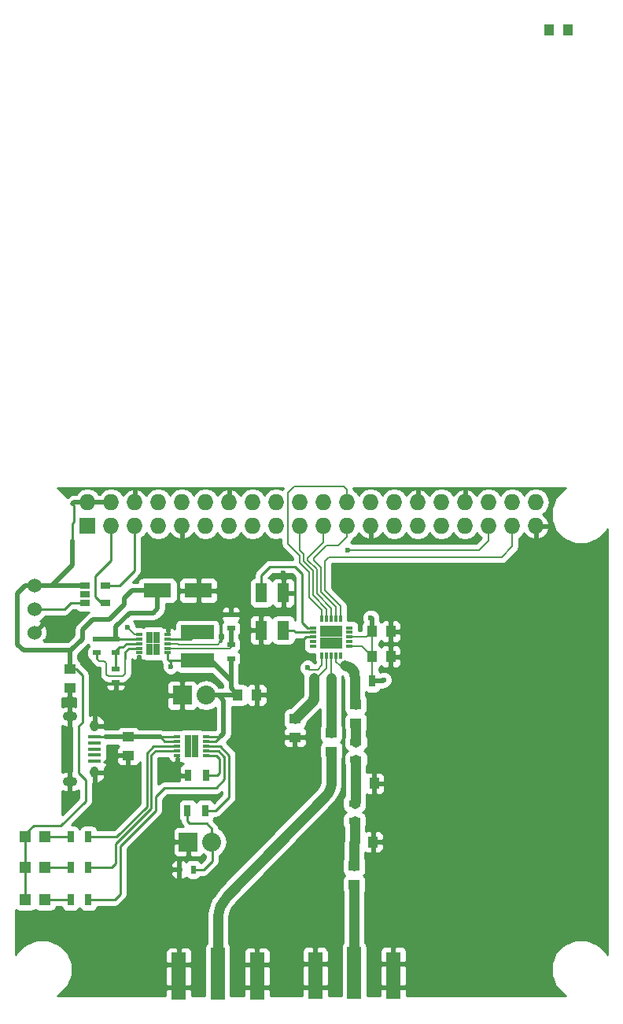
<source format=gbr>
G04 #@! TF.FileFunction,Copper,L1,Top,Signal*
%FSLAX46Y46*%
G04 Gerber Fmt 4.6, Leading zero omitted, Abs format (unit mm)*
G04 Created by KiCad (PCBNEW 4.0.4-stable) date 04/06/17 21:17:55*
%MOMM*%
%LPD*%
G01*
G04 APERTURE LIST*
%ADD10C,0.100000*%
%ADD11R,0.650000X0.300000*%
%ADD12R,0.775000X1.240000*%
%ADD13R,1.727200X1.727200*%
%ADD14O,1.727200X1.727200*%
%ADD15R,1.250000X1.000000*%
%ADD16R,1.000000X1.250000*%
%ADD17R,2.999740X1.600200*%
%ADD18R,1.198880X1.198880*%
%ADD19R,1.300000X0.700000*%
%ADD20R,0.700000X1.300000*%
%ADD21R,3.600000X1.500000*%
%ADD22R,1.350000X0.400000*%
%ADD23O,0.950000X1.250000*%
%ADD24O,1.550000X1.000000*%
%ADD25R,2.032000X2.032000*%
%ADD26O,2.032000X2.032000*%
%ADD27R,0.500000X0.900000*%
%ADD28R,0.900000X0.500000*%
%ADD29C,1.524000*%
%ADD30R,1.600000X2.500000*%
%ADD31R,1.500000X5.600000*%
%ADD32R,0.300000X0.730000*%
%ADD33R,0.730000X0.300000*%
%ADD34R,1.250000X1.250000*%
%ADD35R,1.300000X2.000000*%
%ADD36R,1.060000X0.650000*%
%ADD37C,0.600000*%
%ADD38C,0.250000*%
%ADD39C,0.500000*%
%ADD40C,0.200000*%
%ADD41C,1.100000*%
%ADD42C,0.254000*%
G04 APERTURE END LIST*
D10*
D11*
X88650000Y-109950000D03*
X88650000Y-110450000D03*
X88650000Y-110950000D03*
X88650000Y-111450000D03*
X88650000Y-111950000D03*
X91750000Y-111950000D03*
X91750000Y-111450000D03*
X91750000Y-110950000D03*
X91750000Y-110450000D03*
X91750000Y-109950000D03*
D12*
X90587500Y-111570000D03*
X90587500Y-110330000D03*
X89812500Y-111570000D03*
X89812500Y-110330000D03*
D13*
X83110000Y-98290000D03*
D14*
X83110000Y-95750000D03*
X85650000Y-98290000D03*
X85650000Y-95750000D03*
X88190000Y-98290000D03*
X88190000Y-95750000D03*
X90730000Y-98290000D03*
X90730000Y-95750000D03*
X93270000Y-98290000D03*
X93270000Y-95750000D03*
X95810000Y-98290000D03*
X95810000Y-95750000D03*
X98350000Y-98290000D03*
X98350000Y-95750000D03*
X100890000Y-98290000D03*
X100890000Y-95750000D03*
X103430000Y-98290000D03*
X103430000Y-95750000D03*
X105970000Y-98290000D03*
X105970000Y-95750000D03*
X108510000Y-98290000D03*
X108510000Y-95750000D03*
X111050000Y-98290000D03*
X111050000Y-95750000D03*
X113590000Y-98290000D03*
X113590000Y-95750000D03*
X116130000Y-98290000D03*
X116130000Y-95750000D03*
X118670000Y-98290000D03*
X118670000Y-95750000D03*
X121210000Y-98290000D03*
X121210000Y-95750000D03*
X123750000Y-98290000D03*
X123750000Y-95750000D03*
X126290000Y-98290000D03*
X126290000Y-95750000D03*
X128830000Y-98290000D03*
X128830000Y-95750000D03*
X131370000Y-98290000D03*
X131370000Y-95750000D03*
D15*
X87500000Y-121000000D03*
X87500000Y-123000000D03*
D16*
X132823333Y-44975000D03*
X134823333Y-44975000D03*
X99310000Y-116480000D03*
X101310000Y-116480000D03*
D15*
X111825000Y-134875000D03*
X111825000Y-136875000D03*
D16*
X111850000Y-132275000D03*
X113850000Y-132275000D03*
X112000000Y-126000000D03*
X114000000Y-126000000D03*
D15*
X109350000Y-120550000D03*
X109350000Y-122550000D03*
X105450000Y-121025000D03*
X105450000Y-119025000D03*
X81200000Y-113700000D03*
X81200000Y-115700000D03*
X112000000Y-117500000D03*
X112000000Y-119500000D03*
D17*
X90650360Y-105250000D03*
X95049640Y-105250000D03*
D16*
X115750000Y-109650000D03*
X113750000Y-109650000D03*
X115750000Y-112350000D03*
X113750000Y-112350000D03*
D18*
X76450980Y-135000000D03*
X78549020Y-135000000D03*
X76450980Y-131750000D03*
X78549020Y-131750000D03*
X76450980Y-138500000D03*
X78549020Y-138500000D03*
D19*
X111850000Y-128125000D03*
X111850000Y-130025000D03*
X112000000Y-121550000D03*
X112000000Y-123450000D03*
D20*
X109350000Y-116725000D03*
X107450000Y-116725000D03*
X113750000Y-115000000D03*
X111850000Y-115000000D03*
D21*
X94950000Y-109725000D03*
X94950000Y-112775000D03*
D22*
X83902540Y-120999100D03*
X83902540Y-121649100D03*
X83902540Y-122299100D03*
X83902540Y-122949100D03*
X83902540Y-123599100D03*
D23*
X83902540Y-119799100D03*
X83902540Y-124799100D03*
D24*
X81202540Y-118799100D03*
X81202540Y-125799100D03*
D25*
X93310000Y-116510000D03*
D26*
X95850000Y-116510000D03*
D20*
X81300000Y-135000000D03*
X83200000Y-135000000D03*
X81300000Y-131750000D03*
X83200000Y-131750000D03*
X95860000Y-125120000D03*
X93960000Y-125120000D03*
X81300000Y-138500000D03*
X83200000Y-138500000D03*
X93880000Y-128920000D03*
X95780000Y-128920000D03*
D27*
X94500000Y-135250000D03*
X93000000Y-135250000D03*
D28*
X86150000Y-110450000D03*
X86150000Y-111950000D03*
X86150000Y-113650000D03*
X86150000Y-115150000D03*
X84150000Y-111950000D03*
X84150000Y-110450000D03*
X98550000Y-112550000D03*
X98550000Y-111050000D03*
X98550000Y-109325000D03*
X98550000Y-107825000D03*
D29*
X77400000Y-107240000D03*
X77400000Y-104700000D03*
X77400000Y-109780000D03*
D11*
X92760000Y-121000000D03*
X92760000Y-121500000D03*
X92760000Y-122000000D03*
X92760000Y-122500000D03*
X92760000Y-123000000D03*
X95860000Y-123000000D03*
X95860000Y-122500000D03*
X95860000Y-122000000D03*
X95860000Y-121500000D03*
X95860000Y-121000000D03*
D12*
X94697500Y-122620000D03*
X94697500Y-121380000D03*
X93922500Y-122620000D03*
X93922500Y-121380000D03*
D30*
X101350000Y-145450000D03*
X101350000Y-147950000D03*
X92950000Y-145450000D03*
X92950000Y-147950000D03*
D31*
X97150000Y-146450000D03*
D30*
X116025000Y-145400000D03*
X116025000Y-147900000D03*
X107625000Y-145400000D03*
X107625000Y-147900000D03*
D31*
X111825000Y-146400000D03*
D32*
X108350000Y-112215000D03*
X108850000Y-112215000D03*
X109350000Y-112215000D03*
X109850000Y-112215000D03*
X110350000Y-112215000D03*
D33*
X111315000Y-111250000D03*
X111315000Y-110750000D03*
X111315000Y-110250000D03*
X111315000Y-109750000D03*
X111315000Y-109250000D03*
D32*
X110350000Y-108285000D03*
X109850000Y-108285000D03*
X109350000Y-108285000D03*
X108850000Y-108285000D03*
X108350000Y-108285000D03*
D33*
X107385000Y-109250000D03*
X107385000Y-109750000D03*
X107385000Y-110250000D03*
X107385000Y-110750000D03*
X107385000Y-111250000D03*
D34*
X109975000Y-109625000D03*
X108725000Y-109625000D03*
X109975000Y-110875000D03*
X108725000Y-110875000D03*
D35*
X101800000Y-105500000D03*
X101800000Y-109500000D03*
X104200000Y-109500000D03*
X104200000Y-105500000D03*
D36*
X82860000Y-104690000D03*
X82860000Y-105640000D03*
X82860000Y-106590000D03*
X85060000Y-106590000D03*
X85060000Y-104690000D03*
D25*
X93970000Y-132280000D03*
D26*
X96510000Y-132280000D03*
D37*
X104200000Y-103400000D03*
X99950000Y-107850000D03*
X92600000Y-124100000D03*
X87400000Y-124500000D03*
X105200000Y-112150000D03*
X117450000Y-109650000D03*
X95050000Y-103550000D03*
X95050000Y-107100000D03*
X97600000Y-105250000D03*
X98550000Y-106700000D03*
X100150000Y-109500000D03*
X101800000Y-111400000D03*
X97500000Y-110200000D03*
X92600000Y-125100000D03*
X91700000Y-135300000D03*
X93000000Y-136500000D03*
X117500000Y-112500000D03*
X117000000Y-113500000D03*
X117000000Y-115000000D03*
X117000000Y-116500000D03*
X115500000Y-116500000D03*
X114000000Y-116500000D03*
X113500000Y-117500000D03*
X113500000Y-119000000D03*
X113500000Y-120500000D03*
X113500000Y-122000000D03*
X113500000Y-123500000D03*
X114000000Y-124500000D03*
X115500000Y-124500000D03*
X115500000Y-126000000D03*
X115500000Y-127500000D03*
X114000000Y-127500000D03*
X114000000Y-129000000D03*
X114000000Y-130500000D03*
X115500000Y-130500000D03*
X115500000Y-132500000D03*
X115500000Y-134000000D03*
X114000000Y-134000000D03*
X114000000Y-136000000D03*
X114000000Y-137500000D03*
X114000000Y-139000000D03*
X114000000Y-140500000D03*
X114000000Y-142000000D03*
X114000000Y-143500000D03*
X114000000Y-145000000D03*
X114000000Y-146500000D03*
X114000000Y-148000000D03*
X105500000Y-115500000D03*
X104500000Y-117000000D03*
X103500000Y-118000000D03*
X103500000Y-119500000D03*
X103500000Y-121000000D03*
X103500000Y-122500000D03*
X104500000Y-123000000D03*
X106000000Y-123000000D03*
X107500000Y-120500000D03*
X107500000Y-122000000D03*
X107500000Y-123000000D03*
X107500000Y-124500000D03*
X107500000Y-125500000D03*
X107000000Y-126500000D03*
X106000000Y-127500000D03*
X105000000Y-128500000D03*
X104000000Y-130000000D03*
X103000000Y-131000000D03*
X102000000Y-132000000D03*
X101000000Y-133000000D03*
X100000000Y-134000000D03*
X99000000Y-135000000D03*
X98000000Y-136000000D03*
X97000000Y-137000000D03*
X96000000Y-138000000D03*
X95500000Y-139000000D03*
X95000000Y-140000000D03*
X95000000Y-141500000D03*
X95000000Y-143000000D03*
X95000000Y-144500000D03*
X95000000Y-146500000D03*
X95000000Y-148000000D03*
X109500000Y-148000000D03*
X109500000Y-146500000D03*
X109500000Y-145000000D03*
X110000000Y-144000000D03*
X110000000Y-142500000D03*
X110000000Y-141000000D03*
X110000000Y-139500000D03*
X110000000Y-138000000D03*
X110000000Y-136500000D03*
X110000000Y-135000000D03*
X110000000Y-133500000D03*
X110000000Y-132000000D03*
X110000000Y-130500000D03*
X110000000Y-128500000D03*
X109500000Y-129500000D03*
X108500000Y-130500000D03*
X107500000Y-131500000D03*
X106500000Y-132500000D03*
X105500000Y-133500000D03*
X104500000Y-134500000D03*
X103500000Y-135500000D03*
X102500000Y-136500000D03*
X101500000Y-137500000D03*
X100500000Y-138500000D03*
X99500000Y-139500000D03*
X99000000Y-140500000D03*
X99000000Y-142000000D03*
X99000000Y-143500000D03*
X99000000Y-145000000D03*
X99000000Y-146500000D03*
X99000000Y-148000000D03*
X87450000Y-109200000D03*
X92075000Y-113425000D03*
X115000000Y-114850000D03*
X113600000Y-108150000D03*
X111100000Y-100900000D03*
X106800000Y-113550000D03*
D38*
X76450980Y-131750000D02*
X76450980Y-131399020D01*
X76450980Y-131399020D02*
X77300000Y-130550000D01*
X81950000Y-113700000D02*
X81200000Y-113700000D01*
X82600000Y-114350000D02*
X81950000Y-113700000D01*
X82600000Y-119400000D02*
X82600000Y-114350000D01*
X82150000Y-119850000D02*
X82600000Y-119400000D01*
X82150000Y-124850000D02*
X82150000Y-119850000D01*
X82900000Y-125600000D02*
X82150000Y-124850000D01*
X82900000Y-127900000D02*
X82900000Y-125600000D01*
X80250000Y-130550000D02*
X82900000Y-127900000D01*
X77300000Y-130550000D02*
X80250000Y-130550000D01*
X76450980Y-131750000D02*
X76450980Y-135000000D01*
X76450980Y-138500000D02*
X76450980Y-135000000D01*
D39*
X81200000Y-113700000D02*
X81200000Y-111650000D01*
X81200000Y-111650000D02*
X81350000Y-111650000D01*
X82550000Y-110450000D02*
X82550000Y-109450000D01*
X76450000Y-104700000D02*
X75600000Y-105550000D01*
X75600000Y-105550000D02*
X75600000Y-111050000D01*
X75600000Y-111050000D02*
X76200000Y-111650000D01*
X76200000Y-111650000D02*
X81350000Y-111650000D01*
X81350000Y-111650000D02*
X82550000Y-110450000D01*
X77400000Y-104700000D02*
X76450000Y-104700000D01*
X87900000Y-105250000D02*
X90650360Y-105250000D01*
X87100000Y-106050000D02*
X87900000Y-105250000D01*
X87100000Y-106750000D02*
X87100000Y-106050000D01*
X85500000Y-108350000D02*
X87100000Y-106750000D01*
X83650000Y-108350000D02*
X85500000Y-108350000D01*
X82550000Y-109450000D02*
X83650000Y-108350000D01*
X86150000Y-110450000D02*
X86150000Y-109150000D01*
X86150000Y-109150000D02*
X87650000Y-107650000D01*
X87650000Y-107650000D02*
X90200000Y-107650000D01*
X90200000Y-107650000D02*
X90650360Y-107199640D01*
X90650360Y-107199640D02*
X90650360Y-105250000D01*
D38*
X81450000Y-99900000D02*
X81450000Y-98050000D01*
D39*
X79250000Y-104700000D02*
X81450000Y-102500000D01*
X81450000Y-102500000D02*
X81450000Y-99900000D01*
X77400000Y-104700000D02*
X79250000Y-104700000D01*
X81700000Y-95750000D02*
X81500000Y-95950000D01*
X81700000Y-95750000D02*
X83110000Y-95750000D01*
D38*
X81650000Y-96100000D02*
X81500000Y-95950000D01*
X81650000Y-97850000D02*
X81650000Y-96100000D01*
X81450000Y-98050000D02*
X81650000Y-97850000D01*
D39*
X84150000Y-110450000D02*
X86150000Y-110450000D01*
D38*
X86150000Y-110450000D02*
X88650000Y-110450000D01*
D39*
X87500000Y-121000000D02*
X90930000Y-121000000D01*
D38*
X92760000Y-121500000D02*
X91430000Y-121500000D01*
X91430000Y-121500000D02*
X90930000Y-121000000D01*
X92760000Y-121000000D02*
X90930000Y-121000000D01*
X90930000Y-121000000D02*
X90910000Y-120980000D01*
D39*
X85420000Y-120999100D02*
X85069100Y-120999100D01*
X85050000Y-120980000D02*
X85050000Y-120999100D01*
X85069100Y-120999100D02*
X85050000Y-120980000D01*
D38*
X83902540Y-120999100D02*
X85050000Y-120999100D01*
X85420000Y-120999100D02*
X85469100Y-120999100D01*
X85469100Y-120999100D02*
X85470000Y-121000000D01*
D39*
X87500000Y-121000000D02*
X85470000Y-121000000D01*
X85470000Y-121000000D02*
X85430000Y-121000000D01*
X79450000Y-104700000D02*
X82850000Y-104700000D01*
D38*
X82850000Y-104700000D02*
X82860000Y-104690000D01*
D39*
X83110000Y-95750000D02*
X85650000Y-95750000D01*
D38*
X79440000Y-104700000D02*
X79450000Y-104700000D01*
D39*
X79440000Y-104700000D02*
X77400000Y-104700000D01*
D38*
X107385000Y-110250000D02*
X106650000Y-110250000D01*
X106050000Y-111300000D02*
X105200000Y-112150000D01*
X106050000Y-110850000D02*
X106050000Y-111300000D01*
X106650000Y-110250000D02*
X106050000Y-110850000D01*
X116400000Y-109650000D02*
X117450000Y-109650000D01*
X115750000Y-109650000D02*
X116400000Y-109650000D01*
X95049640Y-105250000D02*
X95049640Y-103550360D01*
X95049640Y-103550360D02*
X95050000Y-103550000D01*
X95049640Y-105250000D02*
X95049640Y-107099640D01*
X95049640Y-107099640D02*
X95050000Y-107100000D01*
X95049640Y-105250000D02*
X97600000Y-105250000D01*
X98550000Y-107825000D02*
X98550000Y-106700000D01*
X101800000Y-109500000D02*
X100150000Y-109500000D01*
X101800000Y-109500000D02*
X101800000Y-111400000D01*
D40*
X92800000Y-110950000D02*
X92900000Y-111050000D01*
X92900000Y-111050000D02*
X97125000Y-111050000D01*
X97125000Y-111050000D02*
X97500000Y-110675000D01*
X97500000Y-110200000D02*
X97500000Y-110675000D01*
X92800000Y-110950000D02*
X91750000Y-110950000D01*
D38*
X93960000Y-125120000D02*
X92620000Y-125120000D01*
X92620000Y-125120000D02*
X92600000Y-125100000D01*
X93000000Y-135250000D02*
X91750000Y-135250000D01*
X91750000Y-135250000D02*
X91700000Y-135300000D01*
X93000000Y-135250000D02*
X93000000Y-136500000D01*
X117350000Y-112350000D02*
X115750000Y-112350000D01*
X117500000Y-112500000D02*
X117350000Y-112350000D01*
X117000000Y-115000000D02*
X117000000Y-113500000D01*
X115500000Y-116500000D02*
X117000000Y-116500000D01*
X114000000Y-117000000D02*
X114000000Y-116500000D01*
X113500000Y-117500000D02*
X114000000Y-117000000D01*
X113500000Y-120500000D02*
X113500000Y-119000000D01*
X113500000Y-123500000D02*
X113500000Y-122000000D01*
X115500000Y-124500000D02*
X114000000Y-124500000D01*
X115500000Y-127500000D02*
X115500000Y-126000000D01*
X114000000Y-129000000D02*
X114000000Y-127500000D01*
X115500000Y-130500000D02*
X114000000Y-130500000D01*
X115500000Y-134000000D02*
X115500000Y-132500000D01*
X114000000Y-136000000D02*
X114000000Y-134000000D01*
X114000000Y-139000000D02*
X114000000Y-137500000D01*
X114000000Y-142000000D02*
X114000000Y-140500000D01*
X114000000Y-145000000D02*
X114000000Y-143500000D01*
X114000000Y-148000000D02*
X114000000Y-146500000D01*
X92950000Y-147950000D02*
X94950000Y-147950000D01*
X103500000Y-118000000D02*
X104500000Y-117000000D01*
X103500000Y-120000000D02*
X103500000Y-119500000D01*
X103500000Y-121000000D02*
X103500000Y-120000000D01*
X104000000Y-122500000D02*
X103500000Y-122500000D01*
X104500000Y-123000000D02*
X104000000Y-122500000D01*
X107000000Y-122000000D02*
X106000000Y-123000000D01*
X107000000Y-121000000D02*
X107000000Y-122000000D01*
X107500000Y-120500000D02*
X107000000Y-121000000D01*
X107500000Y-123000000D02*
X107500000Y-122000000D01*
X107500000Y-125500000D02*
X107500000Y-124500000D01*
X106000000Y-127500000D02*
X107000000Y-126500000D01*
X105000000Y-129000000D02*
X105000000Y-128500000D01*
X104000000Y-130000000D02*
X105000000Y-129000000D01*
X102000000Y-132000000D02*
X103000000Y-131000000D01*
X100000000Y-134000000D02*
X101000000Y-133000000D01*
X98000000Y-136000000D02*
X99000000Y-135000000D01*
X96000000Y-138000000D02*
X97000000Y-137000000D01*
X95500000Y-139500000D02*
X95500000Y-139000000D01*
X95000000Y-140000000D02*
X95500000Y-139500000D01*
X95000000Y-143000000D02*
X95000000Y-141500000D01*
X95000000Y-146500000D02*
X95000000Y-144500000D01*
X94950000Y-147950000D02*
X95000000Y-148000000D01*
X101350000Y-147950000D02*
X99050000Y-147950000D01*
X109500000Y-146500000D02*
X109500000Y-148000000D01*
X109500000Y-144500000D02*
X109500000Y-145000000D01*
X110000000Y-144000000D02*
X109500000Y-144500000D01*
X110000000Y-141000000D02*
X110000000Y-142500000D01*
X110000000Y-138000000D02*
X110000000Y-139500000D01*
X110000000Y-135000000D02*
X110000000Y-136500000D01*
X110000000Y-132000000D02*
X110000000Y-133500000D01*
X110000000Y-128500000D02*
X110000000Y-130500000D01*
X108500000Y-130500000D02*
X109500000Y-129500000D01*
X106500000Y-132500000D02*
X107500000Y-131500000D01*
X104500000Y-134500000D02*
X105500000Y-133500000D01*
X102500000Y-136500000D02*
X103500000Y-135500000D01*
X100500000Y-138500000D02*
X101500000Y-137500000D01*
X99500000Y-140000000D02*
X99500000Y-139500000D01*
X99000000Y-140500000D02*
X99500000Y-140000000D01*
X99000000Y-143500000D02*
X99000000Y-142000000D01*
X99000000Y-146500000D02*
X99000000Y-145000000D01*
X99050000Y-147950000D02*
X99000000Y-148000000D01*
D40*
X91750000Y-109950000D02*
X91750000Y-109000000D01*
X91750000Y-109000000D02*
X92275000Y-108475000D01*
D38*
X92075000Y-113425000D02*
X92075000Y-112975000D01*
D40*
X88200000Y-109950000D02*
X87450000Y-109200000D01*
X88650000Y-109950000D02*
X88200000Y-109950000D01*
D38*
X92075000Y-112975000D02*
X91875000Y-112775000D01*
X91750000Y-111950000D02*
X91750000Y-112650000D01*
X91875000Y-112775000D02*
X94950000Y-112775000D01*
X91750000Y-112650000D02*
X91875000Y-112775000D01*
D39*
X94950000Y-112775000D02*
X96350000Y-112775000D01*
X96350000Y-112775000D02*
X98550000Y-114975000D01*
X98550000Y-112550000D02*
X98550000Y-114975000D01*
X98550000Y-114975000D02*
X98550000Y-115720000D01*
X98550000Y-115720000D02*
X99310000Y-116480000D01*
X99310000Y-116480000D02*
X95880000Y-116480000D01*
X95880000Y-116480000D02*
X95850000Y-116510000D01*
D38*
X95900000Y-116460000D02*
X95850000Y-116510000D01*
D39*
X97760000Y-120640000D02*
X97400000Y-121000000D01*
X97760000Y-120640000D02*
X97760000Y-117060000D01*
X97210000Y-116510000D02*
X95850000Y-116510000D01*
X97760000Y-117060000D02*
X97210000Y-116510000D01*
D38*
X95860000Y-121500000D02*
X96900000Y-121500000D01*
X96900000Y-121500000D02*
X97400000Y-121000000D01*
X95860000Y-121000000D02*
X97400000Y-121000000D01*
D41*
X111850000Y-130025000D02*
X111850000Y-132275000D01*
X111825000Y-134875000D02*
X111825000Y-132300000D01*
X111825000Y-132300000D02*
X111850000Y-132275000D01*
X111825000Y-146400000D02*
X111825000Y-136875000D01*
X112000000Y-126000000D02*
X112000000Y-123450000D01*
X112000000Y-126000000D02*
X112000000Y-127975000D01*
X112000000Y-127975000D02*
X111850000Y-128125000D01*
X109350000Y-116725000D02*
X109350000Y-120550000D01*
D40*
X109350000Y-114625000D02*
X109350000Y-112215000D01*
D41*
X109350000Y-116725000D02*
X109350000Y-114625000D01*
X109350000Y-114625000D02*
X109375000Y-114600000D01*
X98175000Y-138075000D02*
X97725000Y-138675000D01*
X109250000Y-126500000D02*
X109000000Y-126975000D01*
X109000000Y-126975000D02*
X108650000Y-127375000D01*
X108650000Y-127375000D02*
X98175000Y-138075000D01*
X109350000Y-122550000D02*
X109350000Y-125950000D01*
X109350000Y-125950000D02*
X109250000Y-126500000D01*
X97175000Y-140275000D02*
X97150000Y-146450000D01*
X97250000Y-139700000D02*
X97175000Y-140275000D01*
X97425000Y-139150000D02*
X97250000Y-139700000D01*
X97725000Y-138675000D02*
X97425000Y-139150000D01*
X107450000Y-116725000D02*
X107450000Y-117025000D01*
X107450000Y-117025000D02*
X105450000Y-119025000D01*
X107425000Y-116750000D02*
X107450000Y-116725000D01*
X107425000Y-116750000D02*
X107450000Y-116725000D01*
X107450000Y-116725000D02*
X107450000Y-114625000D01*
D40*
X108850000Y-113575000D02*
X107800000Y-114625000D01*
X107800000Y-114625000D02*
X107450000Y-114625000D01*
X108850000Y-113575000D02*
X108850000Y-112215000D01*
D41*
X111850000Y-115000000D02*
X111850000Y-117350000D01*
X111850000Y-117350000D02*
X112000000Y-117500000D01*
X110750000Y-113300000D02*
X111400000Y-113500000D01*
D40*
X109850000Y-112900000D02*
X110250000Y-113300000D01*
X110250000Y-113300000D02*
X110750000Y-113300000D01*
X109850000Y-112215000D02*
X109850000Y-112900000D01*
D41*
X111800000Y-113950000D02*
X111850000Y-115000000D01*
X111400000Y-113500000D02*
X111800000Y-113950000D01*
X112000000Y-119500000D02*
X112000000Y-121550000D01*
D39*
X115000000Y-114850000D02*
X114850000Y-115000000D01*
X114850000Y-115000000D02*
X113750000Y-115000000D01*
X113750000Y-108300000D02*
X113750000Y-109650000D01*
X113600000Y-108150000D02*
X113750000Y-108300000D01*
D40*
X113750000Y-115000000D02*
X113750000Y-112350000D01*
X113750000Y-109650000D02*
X113750000Y-112350000D01*
X111315000Y-111250000D02*
X112650000Y-111250000D01*
X112650000Y-111250000D02*
X113750000Y-112350000D01*
X111315000Y-110250000D02*
X113150000Y-110250000D01*
X113150000Y-110250000D02*
X113750000Y-109650000D01*
D38*
X78549020Y-135000000D02*
X81300000Y-135000000D01*
X78549020Y-131750000D02*
X81300000Y-131750000D01*
X78549020Y-138500000D02*
X81300000Y-138500000D01*
X91750000Y-110450000D02*
X94225000Y-110450000D01*
X94225000Y-110450000D02*
X94950000Y-109725000D01*
X95860000Y-123000000D02*
X97000000Y-123000000D01*
X97060000Y-125120000D02*
X95860000Y-125120000D01*
X97310000Y-124870000D02*
X97060000Y-125120000D01*
X97310000Y-123310000D02*
X97310000Y-124870000D01*
X97000000Y-123000000D02*
X97310000Y-123310000D01*
X95860000Y-122500000D02*
X97220000Y-122500000D01*
X86030000Y-138500000D02*
X83200000Y-138500000D01*
X86640000Y-137890000D02*
X86030000Y-138500000D01*
X86640000Y-132710000D02*
X86640000Y-137890000D01*
X90450000Y-128900000D02*
X86640000Y-132710000D01*
X90450000Y-127440000D02*
X90450000Y-128900000D01*
X91410000Y-126480000D02*
X90450000Y-127440000D01*
X96950000Y-126480000D02*
X91410000Y-126480000D01*
X97870000Y-125560000D02*
X96950000Y-126480000D01*
X97870000Y-123150000D02*
X97870000Y-125560000D01*
X97220000Y-122500000D02*
X97870000Y-123150000D01*
X95860000Y-122000000D02*
X97400000Y-122000000D01*
X96940000Y-128920000D02*
X95780000Y-128920000D01*
X98360000Y-127500000D02*
X96940000Y-128920000D01*
X98360000Y-122960000D02*
X98360000Y-127500000D01*
X97400000Y-122000000D02*
X98360000Y-122960000D01*
X86150000Y-111950000D02*
X86150000Y-113650000D01*
X86150000Y-111950000D02*
X86150000Y-111750000D01*
X86150000Y-111750000D02*
X86550000Y-111350000D01*
X86550000Y-111350000D02*
X86950000Y-111350000D01*
X86950000Y-111350000D02*
X87350000Y-110950000D01*
X87350000Y-110950000D02*
X88650000Y-110950000D01*
D40*
X87150000Y-112500000D02*
X87150000Y-114200000D01*
D38*
X84150000Y-112600000D02*
X84150000Y-111950000D01*
D40*
X84350000Y-112800000D02*
X84150000Y-112600000D01*
X84900000Y-112800000D02*
X84350000Y-112800000D01*
X85150000Y-113050000D02*
X84900000Y-112800000D01*
X85150000Y-114250000D02*
X85150000Y-113050000D01*
X85350000Y-114450000D02*
X85150000Y-114250000D01*
X86900000Y-114450000D02*
X85350000Y-114450000D01*
X87150000Y-114200000D02*
X86900000Y-114450000D01*
D38*
X88650000Y-111450000D02*
X87550000Y-111450000D01*
X87550000Y-111450000D02*
X87150000Y-111850000D01*
X87150000Y-111850000D02*
X87150000Y-112500000D01*
X87150000Y-112500000D02*
X87150000Y-112550000D01*
D40*
X91750000Y-111450000D02*
X92500000Y-111450000D01*
X98550000Y-111350000D02*
X98550000Y-111050000D01*
X98425000Y-111475000D02*
X98550000Y-111350000D01*
X92525000Y-111475000D02*
X98425000Y-111475000D01*
X92500000Y-111450000D02*
X92525000Y-111475000D01*
D39*
X98550000Y-109325000D02*
X98550000Y-111050000D01*
D38*
X77400000Y-107240000D02*
X80640000Y-107240000D01*
X81290000Y-106590000D02*
X82860000Y-106590000D01*
X80640000Y-107240000D02*
X81290000Y-106590000D01*
D40*
X126290000Y-99860000D02*
X125250000Y-100900000D01*
X125250000Y-100900000D02*
X111100000Y-100900000D01*
X126290000Y-98290000D02*
X126290000Y-99860000D01*
X108350000Y-113275000D02*
X108350000Y-112215000D01*
X107875000Y-113750000D02*
X108350000Y-113275000D01*
X107000000Y-113750000D02*
X107875000Y-113750000D01*
X106800000Y-113550000D02*
X107000000Y-113750000D01*
X110350000Y-108285000D02*
X110350000Y-106925000D01*
X108675000Y-102050000D02*
X109075000Y-101650000D01*
X108675000Y-105250000D02*
X108675000Y-102050000D01*
X110350000Y-106925000D02*
X108675000Y-105250000D01*
X109075000Y-101650000D02*
X127700000Y-101650000D01*
X127700000Y-101650000D02*
X128830000Y-100520000D01*
X128830000Y-98290000D02*
X128830000Y-100520000D01*
X107450000Y-101750000D02*
X107450000Y-102025000D01*
X111050000Y-98290000D02*
X111050000Y-99450000D01*
X108800000Y-100400000D02*
X107450000Y-101750000D01*
X110100000Y-100400000D02*
X108800000Y-100400000D01*
X111050000Y-99450000D02*
X110100000Y-100400000D01*
X109850000Y-107025000D02*
X109850000Y-108285000D01*
X108225000Y-105400000D02*
X109850000Y-107025000D01*
X108225000Y-102800000D02*
X108225000Y-105400000D01*
X107450000Y-102025000D02*
X108225000Y-102800000D01*
X106950000Y-101600000D02*
X106825000Y-101725000D01*
X108510000Y-98290000D02*
X108510000Y-100040000D01*
X106950000Y-101600000D02*
X108510000Y-100040000D01*
X109350000Y-107150000D02*
X109350000Y-108285000D01*
X107800000Y-105600000D02*
X109350000Y-107150000D01*
X107800000Y-102975000D02*
X107800000Y-105600000D01*
X106825000Y-102000000D02*
X107800000Y-102975000D01*
X106825000Y-101725000D02*
X106825000Y-102000000D01*
X105970000Y-98290000D02*
X105970000Y-100895000D01*
X108850000Y-107225000D02*
X108850000Y-108285000D01*
X107375000Y-105750000D02*
X108850000Y-107225000D01*
X107375000Y-103125000D02*
X107375000Y-105750000D01*
X106375000Y-102125000D02*
X107375000Y-103125000D01*
X106375000Y-101300000D02*
X106375000Y-102125000D01*
X105970000Y-100895000D02*
X106375000Y-101300000D01*
D38*
X106450000Y-98770000D02*
X105970000Y-98290000D01*
D40*
X106450000Y-98770000D02*
X105970000Y-98290000D01*
X105937500Y-101487500D02*
X105937500Y-102262500D01*
X108350000Y-107350000D02*
X108350000Y-108285000D01*
X106950000Y-105950000D02*
X108350000Y-107350000D01*
X106950000Y-103275000D02*
X106950000Y-105950000D01*
X105937500Y-102262500D02*
X106950000Y-103275000D01*
X105950000Y-101500000D02*
X105937500Y-101487500D01*
X105937500Y-101487500D02*
X104700000Y-100250000D01*
X104700000Y-100250000D02*
X104700000Y-94700000D01*
X104700000Y-94700000D02*
X105350000Y-94050000D01*
X105350000Y-94050000D02*
X110700000Y-94050000D01*
X110700000Y-94050000D02*
X111050000Y-94400000D01*
X111050000Y-95750000D02*
X111050000Y-94400000D01*
D38*
X107385000Y-109250000D02*
X106800000Y-109250000D01*
X101800000Y-103600000D02*
X101800000Y-105500000D01*
X102750000Y-102650000D02*
X101800000Y-103600000D01*
X105450000Y-102650000D02*
X102750000Y-102650000D01*
X106250000Y-103450000D02*
X105450000Y-102650000D01*
X106250000Y-108700000D02*
X106250000Y-103450000D01*
X106800000Y-109250000D02*
X106250000Y-108700000D01*
X104200000Y-109500000D02*
X105275000Y-109500000D01*
X105525000Y-109750000D02*
X107385000Y-109750000D01*
X105275000Y-109500000D02*
X105525000Y-109750000D01*
X85060000Y-106590000D02*
X84650000Y-106590000D01*
X84650000Y-106590000D02*
X83960000Y-105900000D01*
X83960000Y-105900000D02*
X83960000Y-103680000D01*
X83960000Y-103680000D02*
X85650000Y-101990000D01*
X85650000Y-101990000D02*
X85650000Y-98290000D01*
X85060000Y-104690000D02*
X86610000Y-104690000D01*
X88190000Y-103110000D02*
X88190000Y-98290000D01*
X86610000Y-104690000D02*
X88190000Y-103110000D01*
X92760000Y-122500000D02*
X90430000Y-122500000D01*
X85740000Y-135000000D02*
X83200000Y-135000000D01*
X86150000Y-134590000D02*
X85740000Y-135000000D01*
X86150000Y-132520000D02*
X86150000Y-134590000D01*
X89980000Y-128690000D02*
X86150000Y-132520000D01*
X89980000Y-122950000D02*
X89980000Y-128690000D01*
X90430000Y-122500000D02*
X89980000Y-122950000D01*
X83200000Y-131750000D02*
X86250000Y-131750000D01*
X90250000Y-122000000D02*
X92760000Y-122000000D01*
X89500000Y-122750000D02*
X90250000Y-122000000D01*
X89500000Y-128500000D02*
X89500000Y-122750000D01*
X86250000Y-131750000D02*
X89500000Y-128500000D01*
X94500000Y-135250000D02*
X95600000Y-135250000D01*
X95600000Y-135250000D02*
X96530000Y-134320000D01*
X96530000Y-134320000D02*
X96530000Y-132300000D01*
X96530000Y-132300000D02*
X96510000Y-132280000D01*
X96510000Y-132280000D02*
X96510000Y-130870000D01*
X93880000Y-130030000D02*
X93880000Y-128920000D01*
X94140000Y-130290000D02*
X93880000Y-130030000D01*
X95930000Y-130290000D02*
X94140000Y-130290000D01*
X96510000Y-130870000D02*
X95930000Y-130290000D01*
D42*
G36*
X134414439Y-94282687D02*
X133505877Y-95189664D01*
X133013561Y-96375294D01*
X133012441Y-97659074D01*
X133502687Y-98845561D01*
X134409664Y-99754123D01*
X135595294Y-100246439D01*
X136879074Y-100247559D01*
X138065561Y-99757313D01*
X138974123Y-98850336D01*
X139055000Y-98655562D01*
X139055000Y-144382456D01*
X138977313Y-144194439D01*
X138070336Y-143285877D01*
X136884706Y-142793561D01*
X135600926Y-142792441D01*
X134414439Y-143282687D01*
X133505877Y-144189664D01*
X133013561Y-145375294D01*
X133012441Y-146659074D01*
X133502687Y-147845561D01*
X134409664Y-148754123D01*
X134604438Y-148835000D01*
X117460000Y-148835000D01*
X117460000Y-148185750D01*
X117301250Y-148027000D01*
X116152000Y-148027000D01*
X116152000Y-148047000D01*
X115898000Y-148047000D01*
X115898000Y-148027000D01*
X114748750Y-148027000D01*
X114590000Y-148185750D01*
X114590000Y-148835000D01*
X113222440Y-148835000D01*
X113222440Y-145685750D01*
X114590000Y-145685750D01*
X114590000Y-147614250D01*
X114748750Y-147773000D01*
X115898000Y-147773000D01*
X115898000Y-145527000D01*
X116152000Y-145527000D01*
X116152000Y-147773000D01*
X117301250Y-147773000D01*
X117460000Y-147614250D01*
X117460000Y-145685750D01*
X117301250Y-145527000D01*
X116152000Y-145527000D01*
X115898000Y-145527000D01*
X114748750Y-145527000D01*
X114590000Y-145685750D01*
X113222440Y-145685750D01*
X113222440Y-144023690D01*
X114590000Y-144023690D01*
X114590000Y-145114250D01*
X114748750Y-145273000D01*
X115898000Y-145273000D01*
X115898000Y-143673750D01*
X116152000Y-143673750D01*
X116152000Y-145273000D01*
X117301250Y-145273000D01*
X117460000Y-145114250D01*
X117460000Y-144023690D01*
X117363327Y-143790301D01*
X117184698Y-143611673D01*
X116951309Y-143515000D01*
X116310750Y-143515000D01*
X116152000Y-143673750D01*
X115898000Y-143673750D01*
X115739250Y-143515000D01*
X115098691Y-143515000D01*
X114865302Y-143611673D01*
X114686673Y-143790301D01*
X114590000Y-144023690D01*
X113222440Y-144023690D01*
X113222440Y-143600000D01*
X113178162Y-143364683D01*
X113039090Y-143148559D01*
X113010000Y-143128683D01*
X113010000Y-137680209D01*
X113046431Y-137626890D01*
X113097440Y-137375000D01*
X113097440Y-136375000D01*
X113053162Y-136139683D01*
X112914090Y-135923559D01*
X112844289Y-135875866D01*
X112901441Y-135839090D01*
X113046431Y-135626890D01*
X113097440Y-135375000D01*
X113097440Y-134375000D01*
X113053162Y-134139683D01*
X113010000Y-134072607D01*
X113010000Y-133446486D01*
X113223691Y-133535000D01*
X113564250Y-133535000D01*
X113723000Y-133376250D01*
X113723000Y-132402000D01*
X113977000Y-132402000D01*
X113977000Y-133376250D01*
X114135750Y-133535000D01*
X114476309Y-133535000D01*
X114709698Y-133438327D01*
X114888327Y-133259699D01*
X114985000Y-133026310D01*
X114985000Y-132560750D01*
X114826250Y-132402000D01*
X113977000Y-132402000D01*
X113723000Y-132402000D01*
X113703000Y-132402000D01*
X113703000Y-132148000D01*
X113723000Y-132148000D01*
X113723000Y-131173750D01*
X113977000Y-131173750D01*
X113977000Y-132148000D01*
X114826250Y-132148000D01*
X114985000Y-131989250D01*
X114985000Y-131523690D01*
X114888327Y-131290301D01*
X114709698Y-131111673D01*
X114476309Y-131015000D01*
X114135750Y-131015000D01*
X113977000Y-131173750D01*
X113723000Y-131173750D01*
X113564250Y-131015000D01*
X113223691Y-131015000D01*
X113035000Y-131093158D01*
X113035000Y-130716797D01*
X113096431Y-130626890D01*
X113147440Y-130375000D01*
X113147440Y-129675000D01*
X113103162Y-129439683D01*
X112964090Y-129223559D01*
X112751890Y-129078569D01*
X112738803Y-129075919D01*
X112951441Y-128939090D01*
X113096431Y-128726890D01*
X113147440Y-128475000D01*
X113147440Y-128163829D01*
X113185001Y-127975000D01*
X113185000Y-127974995D01*
X113185000Y-127181842D01*
X113373691Y-127260000D01*
X113714250Y-127260000D01*
X113873000Y-127101250D01*
X113873000Y-126127000D01*
X114127000Y-126127000D01*
X114127000Y-127101250D01*
X114285750Y-127260000D01*
X114626309Y-127260000D01*
X114859698Y-127163327D01*
X115038327Y-126984699D01*
X115135000Y-126751310D01*
X115135000Y-126285750D01*
X114976250Y-126127000D01*
X114127000Y-126127000D01*
X113873000Y-126127000D01*
X113853000Y-126127000D01*
X113853000Y-125873000D01*
X113873000Y-125873000D01*
X113873000Y-124898750D01*
X114127000Y-124898750D01*
X114127000Y-125873000D01*
X114976250Y-125873000D01*
X115135000Y-125714250D01*
X115135000Y-125248690D01*
X115038327Y-125015301D01*
X114859698Y-124836673D01*
X114626309Y-124740000D01*
X114285750Y-124740000D01*
X114127000Y-124898750D01*
X113873000Y-124898750D01*
X113714250Y-124740000D01*
X113373691Y-124740000D01*
X113185000Y-124818158D01*
X113185000Y-124141797D01*
X113246431Y-124051890D01*
X113297440Y-123800000D01*
X113297440Y-123100000D01*
X113253162Y-122864683D01*
X113114090Y-122648559D01*
X112901890Y-122503569D01*
X112888803Y-122500919D01*
X113101441Y-122364090D01*
X113246431Y-122151890D01*
X113297440Y-121900000D01*
X113297440Y-121200000D01*
X113253162Y-120964683D01*
X113185000Y-120858756D01*
X113185000Y-120305209D01*
X113221431Y-120251890D01*
X113272440Y-120000000D01*
X113272440Y-119000000D01*
X113228162Y-118764683D01*
X113089090Y-118548559D01*
X113019289Y-118500866D01*
X113076441Y-118464090D01*
X113221431Y-118251890D01*
X113272440Y-118000000D01*
X113272440Y-117000000D01*
X113228162Y-116764683D01*
X113089090Y-116548559D01*
X113035000Y-116511601D01*
X113035000Y-116169146D01*
X113148110Y-116246431D01*
X113400000Y-116297440D01*
X114100000Y-116297440D01*
X114335317Y-116253162D01*
X114551441Y-116114090D01*
X114696431Y-115901890D01*
X114699851Y-115885000D01*
X114849995Y-115885000D01*
X114850000Y-115885001D01*
X115161140Y-115823110D01*
X115188675Y-115817633D01*
X115321705Y-115728746D01*
X115528943Y-115643117D01*
X115792192Y-115380327D01*
X115934838Y-115036799D01*
X115935162Y-114664833D01*
X115793117Y-114321057D01*
X115530327Y-114057808D01*
X115186799Y-113915162D01*
X114814833Y-113914838D01*
X114625030Y-113993263D01*
X114564090Y-113898559D01*
X114485000Y-113844519D01*
X114485000Y-113578222D01*
X114485317Y-113578162D01*
X114701441Y-113439090D01*
X114747969Y-113370994D01*
X114890302Y-113513327D01*
X115123691Y-113610000D01*
X115464250Y-113610000D01*
X115623000Y-113451250D01*
X115623000Y-112477000D01*
X115877000Y-112477000D01*
X115877000Y-113451250D01*
X116035750Y-113610000D01*
X116376309Y-113610000D01*
X116609698Y-113513327D01*
X116788327Y-113334699D01*
X116885000Y-113101310D01*
X116885000Y-112635750D01*
X116726250Y-112477000D01*
X115877000Y-112477000D01*
X115623000Y-112477000D01*
X115603000Y-112477000D01*
X115603000Y-112223000D01*
X115623000Y-112223000D01*
X115623000Y-111248750D01*
X115877000Y-111248750D01*
X115877000Y-112223000D01*
X116726250Y-112223000D01*
X116885000Y-112064250D01*
X116885000Y-111598690D01*
X116788327Y-111365301D01*
X116609698Y-111186673D01*
X116376309Y-111090000D01*
X116035750Y-111090000D01*
X115877000Y-111248750D01*
X115623000Y-111248750D01*
X115464250Y-111090000D01*
X115123691Y-111090000D01*
X114890302Y-111186673D01*
X114749064Y-111327910D01*
X114714090Y-111273559D01*
X114501890Y-111128569D01*
X114485000Y-111125149D01*
X114485000Y-110878222D01*
X114485317Y-110878162D01*
X114701441Y-110739090D01*
X114747969Y-110670994D01*
X114890302Y-110813327D01*
X115123691Y-110910000D01*
X115464250Y-110910000D01*
X115623000Y-110751250D01*
X115623000Y-109777000D01*
X115877000Y-109777000D01*
X115877000Y-110751250D01*
X116035750Y-110910000D01*
X116376309Y-110910000D01*
X116609698Y-110813327D01*
X116788327Y-110634699D01*
X116885000Y-110401310D01*
X116885000Y-109935750D01*
X116726250Y-109777000D01*
X115877000Y-109777000D01*
X115623000Y-109777000D01*
X115603000Y-109777000D01*
X115603000Y-109523000D01*
X115623000Y-109523000D01*
X115623000Y-108548750D01*
X115877000Y-108548750D01*
X115877000Y-109523000D01*
X116726250Y-109523000D01*
X116885000Y-109364250D01*
X116885000Y-108898690D01*
X116788327Y-108665301D01*
X116609698Y-108486673D01*
X116376309Y-108390000D01*
X116035750Y-108390000D01*
X115877000Y-108548750D01*
X115623000Y-108548750D01*
X115464250Y-108390000D01*
X115123691Y-108390000D01*
X114890302Y-108486673D01*
X114749064Y-108627910D01*
X114714090Y-108573559D01*
X114635000Y-108519519D01*
X114635000Y-108300005D01*
X114635001Y-108300000D01*
X114567633Y-107961326D01*
X114567633Y-107961325D01*
X114478746Y-107828295D01*
X114393117Y-107621057D01*
X114130327Y-107357808D01*
X113786799Y-107215162D01*
X113414833Y-107214838D01*
X113071057Y-107356883D01*
X112807808Y-107619673D01*
X112665162Y-107963201D01*
X112664838Y-108335167D01*
X112773355Y-108597798D01*
X112653569Y-108773110D01*
X112602560Y-109025000D01*
X112602560Y-109515000D01*
X112311446Y-109515000D01*
X112307933Y-109496329D01*
X112327440Y-109400000D01*
X112327440Y-109100000D01*
X112283162Y-108864683D01*
X112144090Y-108648559D01*
X111931890Y-108503569D01*
X111680000Y-108452560D01*
X111147440Y-108452560D01*
X111147440Y-107920000D01*
X111103162Y-107684683D01*
X111085000Y-107656458D01*
X111085000Y-106925000D01*
X111029051Y-106643728D01*
X110982361Y-106573851D01*
X110869724Y-106405277D01*
X109410000Y-104945554D01*
X109410000Y-102385000D01*
X127700000Y-102385000D01*
X127981272Y-102329051D01*
X128219723Y-102169723D01*
X129349723Y-101039724D01*
X129509051Y-100801272D01*
X129514277Y-100775000D01*
X129565000Y-100520000D01*
X129565000Y-99595967D01*
X129889670Y-99379029D01*
X130105664Y-99055772D01*
X130163179Y-99178490D01*
X130595053Y-99572688D01*
X131010974Y-99744958D01*
X131243000Y-99623817D01*
X131243000Y-98417000D01*
X131497000Y-98417000D01*
X131497000Y-99623817D01*
X131729026Y-99744958D01*
X132144947Y-99572688D01*
X132576821Y-99178490D01*
X132824968Y-98649027D01*
X132704469Y-98417000D01*
X131497000Y-98417000D01*
X131243000Y-98417000D01*
X131223000Y-98417000D01*
X131223000Y-98163000D01*
X131243000Y-98163000D01*
X131243000Y-98143000D01*
X131497000Y-98143000D01*
X131497000Y-98163000D01*
X132704469Y-98163000D01*
X132824968Y-97930973D01*
X132576821Y-97401510D01*
X132158839Y-97019992D01*
X132429670Y-96839029D01*
X132754526Y-96352848D01*
X132868600Y-95779359D01*
X132868600Y-95720641D01*
X132754526Y-95147152D01*
X132429670Y-94660971D01*
X131943489Y-94336115D01*
X131370000Y-94222041D01*
X130796511Y-94336115D01*
X130310330Y-94660971D01*
X130100000Y-94975752D01*
X129889670Y-94660971D01*
X129403489Y-94336115D01*
X128830000Y-94222041D01*
X128256511Y-94336115D01*
X127770330Y-94660971D01*
X127560000Y-94975752D01*
X127349670Y-94660971D01*
X126863489Y-94336115D01*
X126290000Y-94222041D01*
X125716511Y-94336115D01*
X125230330Y-94660971D01*
X125014336Y-94984228D01*
X124956821Y-94861510D01*
X124524947Y-94467312D01*
X124109026Y-94295042D01*
X123877000Y-94416183D01*
X123877000Y-95623000D01*
X123897000Y-95623000D01*
X123897000Y-95877000D01*
X123877000Y-95877000D01*
X123877000Y-95897000D01*
X123623000Y-95897000D01*
X123623000Y-95877000D01*
X123603000Y-95877000D01*
X123603000Y-95623000D01*
X123623000Y-95623000D01*
X123623000Y-94416183D01*
X123390974Y-94295042D01*
X122975053Y-94467312D01*
X122543179Y-94861510D01*
X122485664Y-94984228D01*
X122269670Y-94660971D01*
X121783489Y-94336115D01*
X121210000Y-94222041D01*
X120636511Y-94336115D01*
X120150330Y-94660971D01*
X119934336Y-94984228D01*
X119876821Y-94861510D01*
X119444947Y-94467312D01*
X119029026Y-94295042D01*
X118797000Y-94416183D01*
X118797000Y-95623000D01*
X118817000Y-95623000D01*
X118817000Y-95877000D01*
X118797000Y-95877000D01*
X118797000Y-95897000D01*
X118543000Y-95897000D01*
X118543000Y-95877000D01*
X118523000Y-95877000D01*
X118523000Y-95623000D01*
X118543000Y-95623000D01*
X118543000Y-94416183D01*
X118310974Y-94295042D01*
X117895053Y-94467312D01*
X117463179Y-94861510D01*
X117405664Y-94984228D01*
X117189670Y-94660971D01*
X116703489Y-94336115D01*
X116130000Y-94222041D01*
X115556511Y-94336115D01*
X115070330Y-94660971D01*
X114860000Y-94975752D01*
X114649670Y-94660971D01*
X114163489Y-94336115D01*
X113590000Y-94222041D01*
X113016511Y-94336115D01*
X112530330Y-94660971D01*
X112320000Y-94975752D01*
X112109670Y-94660971D01*
X111785000Y-94444033D01*
X111785000Y-94400000D01*
X111746212Y-94205000D01*
X134602456Y-94205000D01*
X134414439Y-94282687D01*
X134414439Y-94282687D01*
G37*
X134414439Y-94282687D02*
X133505877Y-95189664D01*
X133013561Y-96375294D01*
X133012441Y-97659074D01*
X133502687Y-98845561D01*
X134409664Y-99754123D01*
X135595294Y-100246439D01*
X136879074Y-100247559D01*
X138065561Y-99757313D01*
X138974123Y-98850336D01*
X139055000Y-98655562D01*
X139055000Y-144382456D01*
X138977313Y-144194439D01*
X138070336Y-143285877D01*
X136884706Y-142793561D01*
X135600926Y-142792441D01*
X134414439Y-143282687D01*
X133505877Y-144189664D01*
X133013561Y-145375294D01*
X133012441Y-146659074D01*
X133502687Y-147845561D01*
X134409664Y-148754123D01*
X134604438Y-148835000D01*
X117460000Y-148835000D01*
X117460000Y-148185750D01*
X117301250Y-148027000D01*
X116152000Y-148027000D01*
X116152000Y-148047000D01*
X115898000Y-148047000D01*
X115898000Y-148027000D01*
X114748750Y-148027000D01*
X114590000Y-148185750D01*
X114590000Y-148835000D01*
X113222440Y-148835000D01*
X113222440Y-145685750D01*
X114590000Y-145685750D01*
X114590000Y-147614250D01*
X114748750Y-147773000D01*
X115898000Y-147773000D01*
X115898000Y-145527000D01*
X116152000Y-145527000D01*
X116152000Y-147773000D01*
X117301250Y-147773000D01*
X117460000Y-147614250D01*
X117460000Y-145685750D01*
X117301250Y-145527000D01*
X116152000Y-145527000D01*
X115898000Y-145527000D01*
X114748750Y-145527000D01*
X114590000Y-145685750D01*
X113222440Y-145685750D01*
X113222440Y-144023690D01*
X114590000Y-144023690D01*
X114590000Y-145114250D01*
X114748750Y-145273000D01*
X115898000Y-145273000D01*
X115898000Y-143673750D01*
X116152000Y-143673750D01*
X116152000Y-145273000D01*
X117301250Y-145273000D01*
X117460000Y-145114250D01*
X117460000Y-144023690D01*
X117363327Y-143790301D01*
X117184698Y-143611673D01*
X116951309Y-143515000D01*
X116310750Y-143515000D01*
X116152000Y-143673750D01*
X115898000Y-143673750D01*
X115739250Y-143515000D01*
X115098691Y-143515000D01*
X114865302Y-143611673D01*
X114686673Y-143790301D01*
X114590000Y-144023690D01*
X113222440Y-144023690D01*
X113222440Y-143600000D01*
X113178162Y-143364683D01*
X113039090Y-143148559D01*
X113010000Y-143128683D01*
X113010000Y-137680209D01*
X113046431Y-137626890D01*
X113097440Y-137375000D01*
X113097440Y-136375000D01*
X113053162Y-136139683D01*
X112914090Y-135923559D01*
X112844289Y-135875866D01*
X112901441Y-135839090D01*
X113046431Y-135626890D01*
X113097440Y-135375000D01*
X113097440Y-134375000D01*
X113053162Y-134139683D01*
X113010000Y-134072607D01*
X113010000Y-133446486D01*
X113223691Y-133535000D01*
X113564250Y-133535000D01*
X113723000Y-133376250D01*
X113723000Y-132402000D01*
X113977000Y-132402000D01*
X113977000Y-133376250D01*
X114135750Y-133535000D01*
X114476309Y-133535000D01*
X114709698Y-133438327D01*
X114888327Y-133259699D01*
X114985000Y-133026310D01*
X114985000Y-132560750D01*
X114826250Y-132402000D01*
X113977000Y-132402000D01*
X113723000Y-132402000D01*
X113703000Y-132402000D01*
X113703000Y-132148000D01*
X113723000Y-132148000D01*
X113723000Y-131173750D01*
X113977000Y-131173750D01*
X113977000Y-132148000D01*
X114826250Y-132148000D01*
X114985000Y-131989250D01*
X114985000Y-131523690D01*
X114888327Y-131290301D01*
X114709698Y-131111673D01*
X114476309Y-131015000D01*
X114135750Y-131015000D01*
X113977000Y-131173750D01*
X113723000Y-131173750D01*
X113564250Y-131015000D01*
X113223691Y-131015000D01*
X113035000Y-131093158D01*
X113035000Y-130716797D01*
X113096431Y-130626890D01*
X113147440Y-130375000D01*
X113147440Y-129675000D01*
X113103162Y-129439683D01*
X112964090Y-129223559D01*
X112751890Y-129078569D01*
X112738803Y-129075919D01*
X112951441Y-128939090D01*
X113096431Y-128726890D01*
X113147440Y-128475000D01*
X113147440Y-128163829D01*
X113185001Y-127975000D01*
X113185000Y-127974995D01*
X113185000Y-127181842D01*
X113373691Y-127260000D01*
X113714250Y-127260000D01*
X113873000Y-127101250D01*
X113873000Y-126127000D01*
X114127000Y-126127000D01*
X114127000Y-127101250D01*
X114285750Y-127260000D01*
X114626309Y-127260000D01*
X114859698Y-127163327D01*
X115038327Y-126984699D01*
X115135000Y-126751310D01*
X115135000Y-126285750D01*
X114976250Y-126127000D01*
X114127000Y-126127000D01*
X113873000Y-126127000D01*
X113853000Y-126127000D01*
X113853000Y-125873000D01*
X113873000Y-125873000D01*
X113873000Y-124898750D01*
X114127000Y-124898750D01*
X114127000Y-125873000D01*
X114976250Y-125873000D01*
X115135000Y-125714250D01*
X115135000Y-125248690D01*
X115038327Y-125015301D01*
X114859698Y-124836673D01*
X114626309Y-124740000D01*
X114285750Y-124740000D01*
X114127000Y-124898750D01*
X113873000Y-124898750D01*
X113714250Y-124740000D01*
X113373691Y-124740000D01*
X113185000Y-124818158D01*
X113185000Y-124141797D01*
X113246431Y-124051890D01*
X113297440Y-123800000D01*
X113297440Y-123100000D01*
X113253162Y-122864683D01*
X113114090Y-122648559D01*
X112901890Y-122503569D01*
X112888803Y-122500919D01*
X113101441Y-122364090D01*
X113246431Y-122151890D01*
X113297440Y-121900000D01*
X113297440Y-121200000D01*
X113253162Y-120964683D01*
X113185000Y-120858756D01*
X113185000Y-120305209D01*
X113221431Y-120251890D01*
X113272440Y-120000000D01*
X113272440Y-119000000D01*
X113228162Y-118764683D01*
X113089090Y-118548559D01*
X113019289Y-118500866D01*
X113076441Y-118464090D01*
X113221431Y-118251890D01*
X113272440Y-118000000D01*
X113272440Y-117000000D01*
X113228162Y-116764683D01*
X113089090Y-116548559D01*
X113035000Y-116511601D01*
X113035000Y-116169146D01*
X113148110Y-116246431D01*
X113400000Y-116297440D01*
X114100000Y-116297440D01*
X114335317Y-116253162D01*
X114551441Y-116114090D01*
X114696431Y-115901890D01*
X114699851Y-115885000D01*
X114849995Y-115885000D01*
X114850000Y-115885001D01*
X115161140Y-115823110D01*
X115188675Y-115817633D01*
X115321705Y-115728746D01*
X115528943Y-115643117D01*
X115792192Y-115380327D01*
X115934838Y-115036799D01*
X115935162Y-114664833D01*
X115793117Y-114321057D01*
X115530327Y-114057808D01*
X115186799Y-113915162D01*
X114814833Y-113914838D01*
X114625030Y-113993263D01*
X114564090Y-113898559D01*
X114485000Y-113844519D01*
X114485000Y-113578222D01*
X114485317Y-113578162D01*
X114701441Y-113439090D01*
X114747969Y-113370994D01*
X114890302Y-113513327D01*
X115123691Y-113610000D01*
X115464250Y-113610000D01*
X115623000Y-113451250D01*
X115623000Y-112477000D01*
X115877000Y-112477000D01*
X115877000Y-113451250D01*
X116035750Y-113610000D01*
X116376309Y-113610000D01*
X116609698Y-113513327D01*
X116788327Y-113334699D01*
X116885000Y-113101310D01*
X116885000Y-112635750D01*
X116726250Y-112477000D01*
X115877000Y-112477000D01*
X115623000Y-112477000D01*
X115603000Y-112477000D01*
X115603000Y-112223000D01*
X115623000Y-112223000D01*
X115623000Y-111248750D01*
X115877000Y-111248750D01*
X115877000Y-112223000D01*
X116726250Y-112223000D01*
X116885000Y-112064250D01*
X116885000Y-111598690D01*
X116788327Y-111365301D01*
X116609698Y-111186673D01*
X116376309Y-111090000D01*
X116035750Y-111090000D01*
X115877000Y-111248750D01*
X115623000Y-111248750D01*
X115464250Y-111090000D01*
X115123691Y-111090000D01*
X114890302Y-111186673D01*
X114749064Y-111327910D01*
X114714090Y-111273559D01*
X114501890Y-111128569D01*
X114485000Y-111125149D01*
X114485000Y-110878222D01*
X114485317Y-110878162D01*
X114701441Y-110739090D01*
X114747969Y-110670994D01*
X114890302Y-110813327D01*
X115123691Y-110910000D01*
X115464250Y-110910000D01*
X115623000Y-110751250D01*
X115623000Y-109777000D01*
X115877000Y-109777000D01*
X115877000Y-110751250D01*
X116035750Y-110910000D01*
X116376309Y-110910000D01*
X116609698Y-110813327D01*
X116788327Y-110634699D01*
X116885000Y-110401310D01*
X116885000Y-109935750D01*
X116726250Y-109777000D01*
X115877000Y-109777000D01*
X115623000Y-109777000D01*
X115603000Y-109777000D01*
X115603000Y-109523000D01*
X115623000Y-109523000D01*
X115623000Y-108548750D01*
X115877000Y-108548750D01*
X115877000Y-109523000D01*
X116726250Y-109523000D01*
X116885000Y-109364250D01*
X116885000Y-108898690D01*
X116788327Y-108665301D01*
X116609698Y-108486673D01*
X116376309Y-108390000D01*
X116035750Y-108390000D01*
X115877000Y-108548750D01*
X115623000Y-108548750D01*
X115464250Y-108390000D01*
X115123691Y-108390000D01*
X114890302Y-108486673D01*
X114749064Y-108627910D01*
X114714090Y-108573559D01*
X114635000Y-108519519D01*
X114635000Y-108300005D01*
X114635001Y-108300000D01*
X114567633Y-107961326D01*
X114567633Y-107961325D01*
X114478746Y-107828295D01*
X114393117Y-107621057D01*
X114130327Y-107357808D01*
X113786799Y-107215162D01*
X113414833Y-107214838D01*
X113071057Y-107356883D01*
X112807808Y-107619673D01*
X112665162Y-107963201D01*
X112664838Y-108335167D01*
X112773355Y-108597798D01*
X112653569Y-108773110D01*
X112602560Y-109025000D01*
X112602560Y-109515000D01*
X112311446Y-109515000D01*
X112307933Y-109496329D01*
X112327440Y-109400000D01*
X112327440Y-109100000D01*
X112283162Y-108864683D01*
X112144090Y-108648559D01*
X111931890Y-108503569D01*
X111680000Y-108452560D01*
X111147440Y-108452560D01*
X111147440Y-107920000D01*
X111103162Y-107684683D01*
X111085000Y-107656458D01*
X111085000Y-106925000D01*
X111029051Y-106643728D01*
X110982361Y-106573851D01*
X110869724Y-106405277D01*
X109410000Y-104945554D01*
X109410000Y-102385000D01*
X127700000Y-102385000D01*
X127981272Y-102329051D01*
X128219723Y-102169723D01*
X129349723Y-101039724D01*
X129509051Y-100801272D01*
X129514277Y-100775000D01*
X129565000Y-100520000D01*
X129565000Y-99595967D01*
X129889670Y-99379029D01*
X130105664Y-99055772D01*
X130163179Y-99178490D01*
X130595053Y-99572688D01*
X131010974Y-99744958D01*
X131243000Y-99623817D01*
X131243000Y-98417000D01*
X131497000Y-98417000D01*
X131497000Y-99623817D01*
X131729026Y-99744958D01*
X132144947Y-99572688D01*
X132576821Y-99178490D01*
X132824968Y-98649027D01*
X132704469Y-98417000D01*
X131497000Y-98417000D01*
X131243000Y-98417000D01*
X131223000Y-98417000D01*
X131223000Y-98163000D01*
X131243000Y-98163000D01*
X131243000Y-98143000D01*
X131497000Y-98143000D01*
X131497000Y-98163000D01*
X132704469Y-98163000D01*
X132824968Y-97930973D01*
X132576821Y-97401510D01*
X132158839Y-97019992D01*
X132429670Y-96839029D01*
X132754526Y-96352848D01*
X132868600Y-95779359D01*
X132868600Y-95720641D01*
X132754526Y-95147152D01*
X132429670Y-94660971D01*
X131943489Y-94336115D01*
X131370000Y-94222041D01*
X130796511Y-94336115D01*
X130310330Y-94660971D01*
X130100000Y-94975752D01*
X129889670Y-94660971D01*
X129403489Y-94336115D01*
X128830000Y-94222041D01*
X128256511Y-94336115D01*
X127770330Y-94660971D01*
X127560000Y-94975752D01*
X127349670Y-94660971D01*
X126863489Y-94336115D01*
X126290000Y-94222041D01*
X125716511Y-94336115D01*
X125230330Y-94660971D01*
X125014336Y-94984228D01*
X124956821Y-94861510D01*
X124524947Y-94467312D01*
X124109026Y-94295042D01*
X123877000Y-94416183D01*
X123877000Y-95623000D01*
X123897000Y-95623000D01*
X123897000Y-95877000D01*
X123877000Y-95877000D01*
X123877000Y-95897000D01*
X123623000Y-95897000D01*
X123623000Y-95877000D01*
X123603000Y-95877000D01*
X123603000Y-95623000D01*
X123623000Y-95623000D01*
X123623000Y-94416183D01*
X123390974Y-94295042D01*
X122975053Y-94467312D01*
X122543179Y-94861510D01*
X122485664Y-94984228D01*
X122269670Y-94660971D01*
X121783489Y-94336115D01*
X121210000Y-94222041D01*
X120636511Y-94336115D01*
X120150330Y-94660971D01*
X119934336Y-94984228D01*
X119876821Y-94861510D01*
X119444947Y-94467312D01*
X119029026Y-94295042D01*
X118797000Y-94416183D01*
X118797000Y-95623000D01*
X118817000Y-95623000D01*
X118817000Y-95877000D01*
X118797000Y-95877000D01*
X118797000Y-95897000D01*
X118543000Y-95897000D01*
X118543000Y-95877000D01*
X118523000Y-95877000D01*
X118523000Y-95623000D01*
X118543000Y-95623000D01*
X118543000Y-94416183D01*
X118310974Y-94295042D01*
X117895053Y-94467312D01*
X117463179Y-94861510D01*
X117405664Y-94984228D01*
X117189670Y-94660971D01*
X116703489Y-94336115D01*
X116130000Y-94222041D01*
X115556511Y-94336115D01*
X115070330Y-94660971D01*
X114860000Y-94975752D01*
X114649670Y-94660971D01*
X114163489Y-94336115D01*
X113590000Y-94222041D01*
X113016511Y-94336115D01*
X112530330Y-94660971D01*
X112320000Y-94975752D01*
X112109670Y-94660971D01*
X111785000Y-94444033D01*
X111785000Y-94400000D01*
X111746212Y-94205000D01*
X134602456Y-94205000D01*
X134414439Y-94282687D01*
G36*
X110640134Y-114506021D02*
X110665000Y-115028204D01*
X110665000Y-117349995D01*
X110664999Y-117350000D01*
X110727560Y-117664511D01*
X110727560Y-118000000D01*
X110771838Y-118235317D01*
X110910910Y-118451441D01*
X110980711Y-118499134D01*
X110923559Y-118535910D01*
X110778569Y-118748110D01*
X110727560Y-119000000D01*
X110727560Y-120000000D01*
X110771838Y-120235317D01*
X110815000Y-120302393D01*
X110815000Y-120858203D01*
X110753569Y-120948110D01*
X110702560Y-121200000D01*
X110702560Y-121900000D01*
X110746838Y-122135317D01*
X110885910Y-122351441D01*
X111098110Y-122496431D01*
X111111197Y-122499081D01*
X110898559Y-122635910D01*
X110753569Y-122848110D01*
X110702560Y-123100000D01*
X110702560Y-123800000D01*
X110746838Y-124035317D01*
X110815000Y-124141244D01*
X110815000Y-127268156D01*
X110748559Y-127310910D01*
X110603569Y-127523110D01*
X110552560Y-127775000D01*
X110552560Y-128475000D01*
X110596838Y-128710317D01*
X110735910Y-128926441D01*
X110948110Y-129071431D01*
X110961197Y-129074081D01*
X110748559Y-129210910D01*
X110603569Y-129423110D01*
X110552560Y-129675000D01*
X110552560Y-130375000D01*
X110596838Y-130610317D01*
X110665000Y-130716244D01*
X110665000Y-132174313D01*
X110639999Y-132300000D01*
X110640000Y-132300005D01*
X110640000Y-134069791D01*
X110603569Y-134123110D01*
X110552560Y-134375000D01*
X110552560Y-135375000D01*
X110596838Y-135610317D01*
X110735910Y-135826441D01*
X110805711Y-135874134D01*
X110748559Y-135910910D01*
X110603569Y-136123110D01*
X110552560Y-136375000D01*
X110552560Y-137375000D01*
X110596838Y-137610317D01*
X110640000Y-137677393D01*
X110640000Y-143125331D01*
X110623559Y-143135910D01*
X110478569Y-143348110D01*
X110427560Y-143600000D01*
X110427560Y-148835000D01*
X109060000Y-148835000D01*
X109060000Y-148185750D01*
X108901250Y-148027000D01*
X107752000Y-148027000D01*
X107752000Y-148047000D01*
X107498000Y-148047000D01*
X107498000Y-148027000D01*
X106348750Y-148027000D01*
X106190000Y-148185750D01*
X106190000Y-148835000D01*
X102785000Y-148835000D01*
X102785000Y-148235750D01*
X102626250Y-148077000D01*
X101477000Y-148077000D01*
X101477000Y-148097000D01*
X101223000Y-148097000D01*
X101223000Y-148077000D01*
X100073750Y-148077000D01*
X99915000Y-148235750D01*
X99915000Y-148835000D01*
X98547440Y-148835000D01*
X98547440Y-145735750D01*
X99915000Y-145735750D01*
X99915000Y-147664250D01*
X100073750Y-147823000D01*
X101223000Y-147823000D01*
X101223000Y-145577000D01*
X101477000Y-145577000D01*
X101477000Y-147823000D01*
X102626250Y-147823000D01*
X102785000Y-147664250D01*
X102785000Y-145735750D01*
X102735000Y-145685750D01*
X106190000Y-145685750D01*
X106190000Y-147614250D01*
X106348750Y-147773000D01*
X107498000Y-147773000D01*
X107498000Y-145527000D01*
X107752000Y-145527000D01*
X107752000Y-147773000D01*
X108901250Y-147773000D01*
X109060000Y-147614250D01*
X109060000Y-145685750D01*
X108901250Y-145527000D01*
X107752000Y-145527000D01*
X107498000Y-145527000D01*
X106348750Y-145527000D01*
X106190000Y-145685750D01*
X102735000Y-145685750D01*
X102626250Y-145577000D01*
X101477000Y-145577000D01*
X101223000Y-145577000D01*
X100073750Y-145577000D01*
X99915000Y-145735750D01*
X98547440Y-145735750D01*
X98547440Y-144073690D01*
X99915000Y-144073690D01*
X99915000Y-145164250D01*
X100073750Y-145323000D01*
X101223000Y-145323000D01*
X101223000Y-143723750D01*
X101477000Y-143723750D01*
X101477000Y-145323000D01*
X102626250Y-145323000D01*
X102785000Y-145164250D01*
X102785000Y-144073690D01*
X102764290Y-144023690D01*
X106190000Y-144023690D01*
X106190000Y-145114250D01*
X106348750Y-145273000D01*
X107498000Y-145273000D01*
X107498000Y-143673750D01*
X107752000Y-143673750D01*
X107752000Y-145273000D01*
X108901250Y-145273000D01*
X109060000Y-145114250D01*
X109060000Y-144023690D01*
X108963327Y-143790301D01*
X108784698Y-143611673D01*
X108551309Y-143515000D01*
X107910750Y-143515000D01*
X107752000Y-143673750D01*
X107498000Y-143673750D01*
X107339250Y-143515000D01*
X106698691Y-143515000D01*
X106465302Y-143611673D01*
X106286673Y-143790301D01*
X106190000Y-144023690D01*
X102764290Y-144023690D01*
X102688327Y-143840301D01*
X102509698Y-143661673D01*
X102276309Y-143565000D01*
X101635750Y-143565000D01*
X101477000Y-143723750D01*
X101223000Y-143723750D01*
X101064250Y-143565000D01*
X100423691Y-143565000D01*
X100190302Y-143661673D01*
X100011673Y-143840301D01*
X99915000Y-144073690D01*
X98547440Y-144073690D01*
X98547440Y-143650000D01*
X98503162Y-143414683D01*
X98364090Y-143198559D01*
X98348217Y-143187713D01*
X98359688Y-140354345D01*
X98411343Y-139958328D01*
X98508109Y-139654208D01*
X98701520Y-139347973D01*
X99076267Y-138848310D01*
X109496777Y-128203971D01*
X109515155Y-128175823D01*
X109541803Y-128155328D01*
X109891803Y-127755328D01*
X109961153Y-127634900D01*
X110048628Y-127526910D01*
X110298628Y-127051909D01*
X110349767Y-126879362D01*
X110415886Y-126711979D01*
X110515886Y-126161979D01*
X110514121Y-126054968D01*
X110535000Y-125950000D01*
X110535000Y-123355209D01*
X110571431Y-123301890D01*
X110622440Y-123050000D01*
X110622440Y-122050000D01*
X110578162Y-121814683D01*
X110439090Y-121598559D01*
X110369289Y-121550866D01*
X110426441Y-121514090D01*
X110571431Y-121301890D01*
X110622440Y-121050000D01*
X110622440Y-120050000D01*
X110578162Y-119814683D01*
X110535000Y-119747607D01*
X110535000Y-114725683D01*
X110560000Y-114600000D01*
X110534863Y-114473630D01*
X110640134Y-114506021D01*
X110640134Y-114506021D01*
G37*
X110640134Y-114506021D02*
X110665000Y-115028204D01*
X110665000Y-117349995D01*
X110664999Y-117350000D01*
X110727560Y-117664511D01*
X110727560Y-118000000D01*
X110771838Y-118235317D01*
X110910910Y-118451441D01*
X110980711Y-118499134D01*
X110923559Y-118535910D01*
X110778569Y-118748110D01*
X110727560Y-119000000D01*
X110727560Y-120000000D01*
X110771838Y-120235317D01*
X110815000Y-120302393D01*
X110815000Y-120858203D01*
X110753569Y-120948110D01*
X110702560Y-121200000D01*
X110702560Y-121900000D01*
X110746838Y-122135317D01*
X110885910Y-122351441D01*
X111098110Y-122496431D01*
X111111197Y-122499081D01*
X110898559Y-122635910D01*
X110753569Y-122848110D01*
X110702560Y-123100000D01*
X110702560Y-123800000D01*
X110746838Y-124035317D01*
X110815000Y-124141244D01*
X110815000Y-127268156D01*
X110748559Y-127310910D01*
X110603569Y-127523110D01*
X110552560Y-127775000D01*
X110552560Y-128475000D01*
X110596838Y-128710317D01*
X110735910Y-128926441D01*
X110948110Y-129071431D01*
X110961197Y-129074081D01*
X110748559Y-129210910D01*
X110603569Y-129423110D01*
X110552560Y-129675000D01*
X110552560Y-130375000D01*
X110596838Y-130610317D01*
X110665000Y-130716244D01*
X110665000Y-132174313D01*
X110639999Y-132300000D01*
X110640000Y-132300005D01*
X110640000Y-134069791D01*
X110603569Y-134123110D01*
X110552560Y-134375000D01*
X110552560Y-135375000D01*
X110596838Y-135610317D01*
X110735910Y-135826441D01*
X110805711Y-135874134D01*
X110748559Y-135910910D01*
X110603569Y-136123110D01*
X110552560Y-136375000D01*
X110552560Y-137375000D01*
X110596838Y-137610317D01*
X110640000Y-137677393D01*
X110640000Y-143125331D01*
X110623559Y-143135910D01*
X110478569Y-143348110D01*
X110427560Y-143600000D01*
X110427560Y-148835000D01*
X109060000Y-148835000D01*
X109060000Y-148185750D01*
X108901250Y-148027000D01*
X107752000Y-148027000D01*
X107752000Y-148047000D01*
X107498000Y-148047000D01*
X107498000Y-148027000D01*
X106348750Y-148027000D01*
X106190000Y-148185750D01*
X106190000Y-148835000D01*
X102785000Y-148835000D01*
X102785000Y-148235750D01*
X102626250Y-148077000D01*
X101477000Y-148077000D01*
X101477000Y-148097000D01*
X101223000Y-148097000D01*
X101223000Y-148077000D01*
X100073750Y-148077000D01*
X99915000Y-148235750D01*
X99915000Y-148835000D01*
X98547440Y-148835000D01*
X98547440Y-145735750D01*
X99915000Y-145735750D01*
X99915000Y-147664250D01*
X100073750Y-147823000D01*
X101223000Y-147823000D01*
X101223000Y-145577000D01*
X101477000Y-145577000D01*
X101477000Y-147823000D01*
X102626250Y-147823000D01*
X102785000Y-147664250D01*
X102785000Y-145735750D01*
X102735000Y-145685750D01*
X106190000Y-145685750D01*
X106190000Y-147614250D01*
X106348750Y-147773000D01*
X107498000Y-147773000D01*
X107498000Y-145527000D01*
X107752000Y-145527000D01*
X107752000Y-147773000D01*
X108901250Y-147773000D01*
X109060000Y-147614250D01*
X109060000Y-145685750D01*
X108901250Y-145527000D01*
X107752000Y-145527000D01*
X107498000Y-145527000D01*
X106348750Y-145527000D01*
X106190000Y-145685750D01*
X102735000Y-145685750D01*
X102626250Y-145577000D01*
X101477000Y-145577000D01*
X101223000Y-145577000D01*
X100073750Y-145577000D01*
X99915000Y-145735750D01*
X98547440Y-145735750D01*
X98547440Y-144073690D01*
X99915000Y-144073690D01*
X99915000Y-145164250D01*
X100073750Y-145323000D01*
X101223000Y-145323000D01*
X101223000Y-143723750D01*
X101477000Y-143723750D01*
X101477000Y-145323000D01*
X102626250Y-145323000D01*
X102785000Y-145164250D01*
X102785000Y-144073690D01*
X102764290Y-144023690D01*
X106190000Y-144023690D01*
X106190000Y-145114250D01*
X106348750Y-145273000D01*
X107498000Y-145273000D01*
X107498000Y-143673750D01*
X107752000Y-143673750D01*
X107752000Y-145273000D01*
X108901250Y-145273000D01*
X109060000Y-145114250D01*
X109060000Y-144023690D01*
X108963327Y-143790301D01*
X108784698Y-143611673D01*
X108551309Y-143515000D01*
X107910750Y-143515000D01*
X107752000Y-143673750D01*
X107498000Y-143673750D01*
X107339250Y-143515000D01*
X106698691Y-143515000D01*
X106465302Y-143611673D01*
X106286673Y-143790301D01*
X106190000Y-144023690D01*
X102764290Y-144023690D01*
X102688327Y-143840301D01*
X102509698Y-143661673D01*
X102276309Y-143565000D01*
X101635750Y-143565000D01*
X101477000Y-143723750D01*
X101223000Y-143723750D01*
X101064250Y-143565000D01*
X100423691Y-143565000D01*
X100190302Y-143661673D01*
X100011673Y-143840301D01*
X99915000Y-144073690D01*
X98547440Y-144073690D01*
X98547440Y-143650000D01*
X98503162Y-143414683D01*
X98364090Y-143198559D01*
X98348217Y-143187713D01*
X98359688Y-140354345D01*
X98411343Y-139958328D01*
X98508109Y-139654208D01*
X98701520Y-139347973D01*
X99076267Y-138848310D01*
X109496777Y-128203971D01*
X109515155Y-128175823D01*
X109541803Y-128155328D01*
X109891803Y-127755328D01*
X109961153Y-127634900D01*
X110048628Y-127526910D01*
X110298628Y-127051909D01*
X110349767Y-126879362D01*
X110415886Y-126711979D01*
X110515886Y-126161979D01*
X110514121Y-126054968D01*
X110535000Y-125950000D01*
X110535000Y-123355209D01*
X110571431Y-123301890D01*
X110622440Y-123050000D01*
X110622440Y-122050000D01*
X110578162Y-121814683D01*
X110439090Y-121598559D01*
X110369289Y-121550866D01*
X110426441Y-121514090D01*
X110571431Y-121301890D01*
X110622440Y-121050000D01*
X110622440Y-120050000D01*
X110578162Y-119814683D01*
X110535000Y-119747607D01*
X110535000Y-114725683D01*
X110560000Y-114600000D01*
X110534863Y-114473630D01*
X110640134Y-114506021D01*
G36*
X93397000Y-98163000D02*
X93417000Y-98163000D01*
X93417000Y-98417000D01*
X93397000Y-98417000D01*
X93397000Y-99623817D01*
X93629026Y-99744958D01*
X94044947Y-99572688D01*
X94476821Y-99178490D01*
X94534336Y-99055772D01*
X94750330Y-99379029D01*
X95236511Y-99703885D01*
X95810000Y-99817959D01*
X96383489Y-99703885D01*
X96869670Y-99379029D01*
X97080000Y-99064248D01*
X97290330Y-99379029D01*
X97776511Y-99703885D01*
X98350000Y-99817959D01*
X98923489Y-99703885D01*
X99409670Y-99379029D01*
X99620000Y-99064248D01*
X99830330Y-99379029D01*
X100316511Y-99703885D01*
X100890000Y-99817959D01*
X101463489Y-99703885D01*
X101949670Y-99379029D01*
X102160000Y-99064248D01*
X102370330Y-99379029D01*
X102856511Y-99703885D01*
X103430000Y-99817959D01*
X103965000Y-99711541D01*
X103965000Y-100250000D01*
X104002277Y-100437401D01*
X104020949Y-100531272D01*
X104180277Y-100769723D01*
X105202500Y-101791947D01*
X105202500Y-101890000D01*
X102750000Y-101890000D01*
X102459161Y-101947852D01*
X102212599Y-102112599D01*
X101262599Y-103062599D01*
X101097852Y-103309161D01*
X101040000Y-103600000D01*
X101040000Y-103873258D01*
X100914683Y-103896838D01*
X100698559Y-104035910D01*
X100553569Y-104248110D01*
X100502560Y-104500000D01*
X100502560Y-106500000D01*
X100546838Y-106735317D01*
X100685910Y-106951441D01*
X100898110Y-107096431D01*
X101150000Y-107147440D01*
X102450000Y-107147440D01*
X102685317Y-107103162D01*
X102901441Y-106964090D01*
X102996990Y-106824250D01*
X103011673Y-106859698D01*
X103190301Y-107038327D01*
X103423690Y-107135000D01*
X103914250Y-107135000D01*
X104073000Y-106976250D01*
X104073000Y-105627000D01*
X104327000Y-105627000D01*
X104327000Y-106976250D01*
X104485750Y-107135000D01*
X104976310Y-107135000D01*
X105209699Y-107038327D01*
X105388327Y-106859698D01*
X105485000Y-106626309D01*
X105485000Y-105785750D01*
X105326250Y-105627000D01*
X104327000Y-105627000D01*
X104073000Y-105627000D01*
X104053000Y-105627000D01*
X104053000Y-105373000D01*
X104073000Y-105373000D01*
X104073000Y-104023750D01*
X104327000Y-104023750D01*
X104327000Y-105373000D01*
X105326250Y-105373000D01*
X105485000Y-105214250D01*
X105485000Y-104373691D01*
X105388327Y-104140302D01*
X105209699Y-103961673D01*
X104976310Y-103865000D01*
X104485750Y-103865000D01*
X104327000Y-104023750D01*
X104073000Y-104023750D01*
X103914250Y-103865000D01*
X103423690Y-103865000D01*
X103190301Y-103961673D01*
X103011673Y-104140302D01*
X102996577Y-104176747D01*
X102914090Y-104048559D01*
X102701890Y-103903569D01*
X102593236Y-103881566D01*
X103064802Y-103410000D01*
X105135198Y-103410000D01*
X105490000Y-103764802D01*
X105490000Y-108460460D01*
X105453162Y-108264683D01*
X105314090Y-108048559D01*
X105101890Y-107903569D01*
X104850000Y-107852560D01*
X103550000Y-107852560D01*
X103314683Y-107896838D01*
X103098559Y-108035910D01*
X103003010Y-108175750D01*
X102988327Y-108140302D01*
X102809699Y-107961673D01*
X102576310Y-107865000D01*
X102085750Y-107865000D01*
X101927000Y-108023750D01*
X101927000Y-109373000D01*
X101947000Y-109373000D01*
X101947000Y-109627000D01*
X101927000Y-109627000D01*
X101927000Y-110976250D01*
X102085750Y-111135000D01*
X102576310Y-111135000D01*
X102809699Y-111038327D01*
X102988327Y-110859698D01*
X103003423Y-110823253D01*
X103085910Y-110951441D01*
X103298110Y-111096431D01*
X103550000Y-111147440D01*
X104850000Y-111147440D01*
X105085317Y-111103162D01*
X105301441Y-110964090D01*
X105446431Y-110751890D01*
X105496561Y-110504343D01*
X105525000Y-110510000D01*
X106385000Y-110510000D01*
X106385000Y-110526310D01*
X106386667Y-110530335D01*
X106372560Y-110600000D01*
X106372560Y-110900000D01*
X106392067Y-111003671D01*
X106372560Y-111100000D01*
X106372560Y-111400000D01*
X106416838Y-111635317D01*
X106555910Y-111851441D01*
X106768110Y-111996431D01*
X107020000Y-112047440D01*
X107552560Y-112047440D01*
X107552560Y-112580000D01*
X107596838Y-112815317D01*
X107615000Y-112843542D01*
X107615000Y-112970553D01*
X107578819Y-113006734D01*
X107330327Y-112757808D01*
X106986799Y-112615162D01*
X106614833Y-112614838D01*
X106271057Y-112756883D01*
X106007808Y-113019673D01*
X105865162Y-113363201D01*
X105864838Y-113735167D01*
X106006883Y-114078943D01*
X106269673Y-114342192D01*
X106317319Y-114361976D01*
X106265000Y-114625000D01*
X106265000Y-116534157D01*
X104921596Y-117877560D01*
X104825000Y-117877560D01*
X104589683Y-117921838D01*
X104373559Y-118060910D01*
X104228569Y-118273110D01*
X104177560Y-118525000D01*
X104177560Y-119525000D01*
X104221838Y-119760317D01*
X104360910Y-119976441D01*
X104429006Y-120022969D01*
X104286673Y-120165302D01*
X104190000Y-120398691D01*
X104190000Y-120739250D01*
X104348750Y-120898000D01*
X105323000Y-120898000D01*
X105323000Y-120878000D01*
X105577000Y-120878000D01*
X105577000Y-120898000D01*
X106551250Y-120898000D01*
X106710000Y-120739250D01*
X106710000Y-120398691D01*
X106613327Y-120165302D01*
X106472090Y-120024064D01*
X106526441Y-119989090D01*
X106671431Y-119776890D01*
X106722440Y-119525000D01*
X106722440Y-119428404D01*
X108165000Y-117985843D01*
X108165000Y-119744791D01*
X108128569Y-119798110D01*
X108077560Y-120050000D01*
X108077560Y-121050000D01*
X108121838Y-121285317D01*
X108260910Y-121501441D01*
X108330711Y-121549134D01*
X108273559Y-121585910D01*
X108128569Y-121798110D01*
X108077560Y-122050000D01*
X108077560Y-123050000D01*
X108121838Y-123285317D01*
X108165000Y-123352393D01*
X108165000Y-125843148D01*
X108116653Y-126109056D01*
X108016340Y-126299650D01*
X107780036Y-126569713D01*
X97328223Y-137246029D01*
X97285366Y-137311667D01*
X97227000Y-137364000D01*
X96777000Y-137964000D01*
X96756209Y-138007355D01*
X96723096Y-138042218D01*
X96423096Y-138517218D01*
X96368851Y-138658342D01*
X96295783Y-138790703D01*
X96120783Y-139340704D01*
X96108951Y-139446185D01*
X96074954Y-139546733D01*
X95999954Y-140121733D01*
X96004953Y-140196635D01*
X95990010Y-140270202D01*
X95978283Y-143166783D01*
X95948559Y-143185910D01*
X95803569Y-143398110D01*
X95752560Y-143650000D01*
X95752560Y-148835000D01*
X94385000Y-148835000D01*
X94385000Y-148235750D01*
X94226250Y-148077000D01*
X93077000Y-148077000D01*
X93077000Y-148097000D01*
X92823000Y-148097000D01*
X92823000Y-148077000D01*
X91673750Y-148077000D01*
X91515000Y-148235750D01*
X91515000Y-148835000D01*
X79877544Y-148835000D01*
X80065561Y-148757313D01*
X80974123Y-147850336D01*
X81466439Y-146664706D01*
X81467249Y-145735750D01*
X91515000Y-145735750D01*
X91515000Y-147664250D01*
X91673750Y-147823000D01*
X92823000Y-147823000D01*
X92823000Y-145577000D01*
X93077000Y-145577000D01*
X93077000Y-147823000D01*
X94226250Y-147823000D01*
X94385000Y-147664250D01*
X94385000Y-145735750D01*
X94226250Y-145577000D01*
X93077000Y-145577000D01*
X92823000Y-145577000D01*
X91673750Y-145577000D01*
X91515000Y-145735750D01*
X81467249Y-145735750D01*
X81467559Y-145380926D01*
X80977313Y-144194439D01*
X80856775Y-144073690D01*
X91515000Y-144073690D01*
X91515000Y-145164250D01*
X91673750Y-145323000D01*
X92823000Y-145323000D01*
X92823000Y-143723750D01*
X93077000Y-143723750D01*
X93077000Y-145323000D01*
X94226250Y-145323000D01*
X94385000Y-145164250D01*
X94385000Y-144073690D01*
X94288327Y-143840301D01*
X94109698Y-143661673D01*
X93876309Y-143565000D01*
X93235750Y-143565000D01*
X93077000Y-143723750D01*
X92823000Y-143723750D01*
X92664250Y-143565000D01*
X92023691Y-143565000D01*
X91790302Y-143661673D01*
X91611673Y-143840301D01*
X91515000Y-144073690D01*
X80856775Y-144073690D01*
X80070336Y-143285877D01*
X78884706Y-142793561D01*
X77600926Y-142792441D01*
X76414439Y-143282687D01*
X75505877Y-144189664D01*
X75425000Y-144384438D01*
X75425000Y-139576538D01*
X75599650Y-139695871D01*
X75851540Y-139746880D01*
X77050420Y-139746880D01*
X77285737Y-139702602D01*
X77501861Y-139563530D01*
X77502543Y-139562533D01*
X77697690Y-139695871D01*
X77949580Y-139746880D01*
X79148460Y-139746880D01*
X79383777Y-139702602D01*
X79599901Y-139563530D01*
X79744891Y-139351330D01*
X79763386Y-139260000D01*
X80323258Y-139260000D01*
X80346838Y-139385317D01*
X80485910Y-139601441D01*
X80698110Y-139746431D01*
X80950000Y-139797440D01*
X81650000Y-139797440D01*
X81885317Y-139753162D01*
X82101441Y-139614090D01*
X82246431Y-139401890D01*
X82249081Y-139388803D01*
X82385910Y-139601441D01*
X82598110Y-139746431D01*
X82850000Y-139797440D01*
X83550000Y-139797440D01*
X83785317Y-139753162D01*
X84001441Y-139614090D01*
X84146431Y-139401890D01*
X84175164Y-139260000D01*
X86030000Y-139260000D01*
X86320839Y-139202148D01*
X86567401Y-139037401D01*
X87177401Y-138427401D01*
X87342148Y-138180840D01*
X87400000Y-137890000D01*
X87400000Y-135535750D01*
X92115000Y-135535750D01*
X92115000Y-135826310D01*
X92211673Y-136059699D01*
X92390302Y-136238327D01*
X92623691Y-136335000D01*
X92716250Y-136335000D01*
X92875000Y-136176250D01*
X92875000Y-135377000D01*
X92273750Y-135377000D01*
X92115000Y-135535750D01*
X87400000Y-135535750D01*
X87400000Y-134673690D01*
X92115000Y-134673690D01*
X92115000Y-134964250D01*
X92273750Y-135123000D01*
X92875000Y-135123000D01*
X92875000Y-134323750D01*
X92716250Y-134165000D01*
X92623691Y-134165000D01*
X92390302Y-134261673D01*
X92211673Y-134440301D01*
X92115000Y-134673690D01*
X87400000Y-134673690D01*
X87400000Y-133024802D01*
X87859052Y-132565750D01*
X92319000Y-132565750D01*
X92319000Y-133422309D01*
X92415673Y-133655698D01*
X92594301Y-133834327D01*
X92827690Y-133931000D01*
X93684250Y-133931000D01*
X93843000Y-133772250D01*
X93843000Y-132407000D01*
X92477750Y-132407000D01*
X92319000Y-132565750D01*
X87859052Y-132565750D01*
X90987401Y-129437401D01*
X91152148Y-129190839D01*
X91210000Y-128900000D01*
X91210000Y-127754802D01*
X91724802Y-127240000D01*
X96950000Y-127240000D01*
X97240839Y-127182148D01*
X97487401Y-127017401D01*
X97600000Y-126904802D01*
X97600000Y-127185198D01*
X96735910Y-128049288D01*
X96733162Y-128034683D01*
X96594090Y-127818559D01*
X96381890Y-127673569D01*
X96130000Y-127622560D01*
X95430000Y-127622560D01*
X95194683Y-127666838D01*
X94978559Y-127805910D01*
X94833569Y-128018110D01*
X94830919Y-128031197D01*
X94694090Y-127818559D01*
X94481890Y-127673569D01*
X94230000Y-127622560D01*
X93530000Y-127622560D01*
X93294683Y-127666838D01*
X93078559Y-127805910D01*
X92933569Y-128018110D01*
X92882560Y-128270000D01*
X92882560Y-129570000D01*
X92926838Y-129805317D01*
X93065910Y-130021441D01*
X93126538Y-130062866D01*
X93177852Y-130320839D01*
X93342599Y-130567401D01*
X93404198Y-130629000D01*
X92827690Y-130629000D01*
X92594301Y-130725673D01*
X92415673Y-130904302D01*
X92319000Y-131137691D01*
X92319000Y-131994250D01*
X92477750Y-132153000D01*
X93843000Y-132153000D01*
X93843000Y-132133000D01*
X94097000Y-132133000D01*
X94097000Y-132153000D01*
X94117000Y-132153000D01*
X94117000Y-132407000D01*
X94097000Y-132407000D01*
X94097000Y-133772250D01*
X94255750Y-133931000D01*
X95112310Y-133931000D01*
X95345699Y-133834327D01*
X95524327Y-133655698D01*
X95541999Y-133613034D01*
X95770000Y-133765380D01*
X95770000Y-134005198D01*
X95297311Y-134477887D01*
X95214090Y-134348559D01*
X95001890Y-134203569D01*
X94750000Y-134152560D01*
X94250000Y-134152560D01*
X94014683Y-134196838D01*
X93798559Y-134335910D01*
X93752031Y-134404006D01*
X93609698Y-134261673D01*
X93376309Y-134165000D01*
X93283750Y-134165000D01*
X93125000Y-134323750D01*
X93125000Y-135123000D01*
X93147000Y-135123000D01*
X93147000Y-135377000D01*
X93125000Y-135377000D01*
X93125000Y-136176250D01*
X93283750Y-136335000D01*
X93376309Y-136335000D01*
X93609698Y-136238327D01*
X93750936Y-136097090D01*
X93785910Y-136151441D01*
X93998110Y-136296431D01*
X94250000Y-136347440D01*
X94750000Y-136347440D01*
X94985317Y-136303162D01*
X95201441Y-136164090D01*
X95306726Y-136010000D01*
X95600000Y-136010000D01*
X95890839Y-135952148D01*
X96137401Y-135787401D01*
X97067401Y-134857401D01*
X97232148Y-134610839D01*
X97290000Y-134320000D01*
X97290000Y-133738653D01*
X97677433Y-133479778D01*
X98035325Y-132944155D01*
X98161000Y-132312345D01*
X98161000Y-132247655D01*
X98035325Y-131615845D01*
X97677433Y-131080222D01*
X97255773Y-130798478D01*
X97212148Y-130579161D01*
X97047401Y-130332599D01*
X96649412Y-129934610D01*
X96726431Y-129821890D01*
X96755164Y-129680000D01*
X96940000Y-129680000D01*
X97230839Y-129622148D01*
X97477401Y-129457401D01*
X98897401Y-128037401D01*
X99062148Y-127790840D01*
X99120000Y-127500000D01*
X99120000Y-122960000D01*
X99062148Y-122669161D01*
X98897401Y-122422599D01*
X98063191Y-121588389D01*
X98340829Y-121310750D01*
X104190000Y-121310750D01*
X104190000Y-121651309D01*
X104286673Y-121884698D01*
X104465301Y-122063327D01*
X104698690Y-122160000D01*
X105164250Y-122160000D01*
X105323000Y-122001250D01*
X105323000Y-121152000D01*
X105577000Y-121152000D01*
X105577000Y-122001250D01*
X105735750Y-122160000D01*
X106201310Y-122160000D01*
X106434699Y-122063327D01*
X106613327Y-121884698D01*
X106710000Y-121651309D01*
X106710000Y-121310750D01*
X106551250Y-121152000D01*
X105577000Y-121152000D01*
X105323000Y-121152000D01*
X104348750Y-121152000D01*
X104190000Y-121310750D01*
X98340829Y-121310750D01*
X98385787Y-121265792D01*
X98385790Y-121265790D01*
X98577633Y-120978675D01*
X98596085Y-120885910D01*
X98645001Y-120640000D01*
X98645000Y-120639995D01*
X98645000Y-117719027D01*
X98810000Y-117752440D01*
X99810000Y-117752440D01*
X100045317Y-117708162D01*
X100261441Y-117569090D01*
X100307969Y-117500994D01*
X100450302Y-117643327D01*
X100683691Y-117740000D01*
X101024250Y-117740000D01*
X101183000Y-117581250D01*
X101183000Y-116607000D01*
X101437000Y-116607000D01*
X101437000Y-117581250D01*
X101595750Y-117740000D01*
X101936309Y-117740000D01*
X102169698Y-117643327D01*
X102348327Y-117464699D01*
X102445000Y-117231310D01*
X102445000Y-116765750D01*
X102286250Y-116607000D01*
X101437000Y-116607000D01*
X101183000Y-116607000D01*
X101163000Y-116607000D01*
X101163000Y-116353000D01*
X101183000Y-116353000D01*
X101183000Y-115378750D01*
X101437000Y-115378750D01*
X101437000Y-116353000D01*
X102286250Y-116353000D01*
X102445000Y-116194250D01*
X102445000Y-115728690D01*
X102348327Y-115495301D01*
X102169698Y-115316673D01*
X101936309Y-115220000D01*
X101595750Y-115220000D01*
X101437000Y-115378750D01*
X101183000Y-115378750D01*
X101024250Y-115220000D01*
X100683691Y-115220000D01*
X100450302Y-115316673D01*
X100309064Y-115457910D01*
X100274090Y-115403559D01*
X100061890Y-115258569D01*
X99810000Y-115207560D01*
X99435000Y-115207560D01*
X99435000Y-114975005D01*
X99435001Y-114975000D01*
X99435000Y-114974995D01*
X99435000Y-113274669D01*
X99451441Y-113264090D01*
X99596431Y-113051890D01*
X99647440Y-112800000D01*
X99647440Y-112300000D01*
X99603162Y-112064683D01*
X99464090Y-111848559D01*
X99394289Y-111800866D01*
X99451441Y-111764090D01*
X99596431Y-111551890D01*
X99647440Y-111300000D01*
X99647440Y-110800000D01*
X99603162Y-110564683D01*
X99464090Y-110348559D01*
X99435000Y-110328683D01*
X99435000Y-110049669D01*
X99451441Y-110039090D01*
X99596431Y-109826890D01*
X99604762Y-109785750D01*
X100515000Y-109785750D01*
X100515000Y-110626309D01*
X100611673Y-110859698D01*
X100790301Y-111038327D01*
X101023690Y-111135000D01*
X101514250Y-111135000D01*
X101673000Y-110976250D01*
X101673000Y-109627000D01*
X100673750Y-109627000D01*
X100515000Y-109785750D01*
X99604762Y-109785750D01*
X99647440Y-109575000D01*
X99647440Y-109075000D01*
X99603162Y-108839683D01*
X99464090Y-108623559D01*
X99395994Y-108577031D01*
X99538327Y-108434698D01*
X99563596Y-108373691D01*
X100515000Y-108373691D01*
X100515000Y-109214250D01*
X100673750Y-109373000D01*
X101673000Y-109373000D01*
X101673000Y-108023750D01*
X101514250Y-107865000D01*
X101023690Y-107865000D01*
X100790301Y-107961673D01*
X100611673Y-108140302D01*
X100515000Y-108373691D01*
X99563596Y-108373691D01*
X99635000Y-108201309D01*
X99635000Y-108108750D01*
X99476250Y-107950000D01*
X98677000Y-107950000D01*
X98677000Y-107972000D01*
X98423000Y-107972000D01*
X98423000Y-107950000D01*
X97623750Y-107950000D01*
X97465000Y-108108750D01*
X97465000Y-108201309D01*
X97561673Y-108434698D01*
X97702910Y-108575936D01*
X97648559Y-108610910D01*
X97503569Y-108823110D01*
X97452560Y-109075000D01*
X97452560Y-109575000D01*
X97496838Y-109810317D01*
X97635910Y-110026441D01*
X97665000Y-110046317D01*
X97665000Y-110325331D01*
X97648559Y-110335910D01*
X97503569Y-110548110D01*
X97464710Y-110740000D01*
X97337473Y-110740000D01*
X97346431Y-110726890D01*
X97397440Y-110475000D01*
X97397440Y-108975000D01*
X97353162Y-108739683D01*
X97214090Y-108523559D01*
X97001890Y-108378569D01*
X96750000Y-108327560D01*
X93150000Y-108327560D01*
X92914683Y-108371838D01*
X92698559Y-108510910D01*
X92553569Y-108723110D01*
X92502560Y-108975000D01*
X92502560Y-109329535D01*
X92434698Y-109261673D01*
X92201309Y-109165000D01*
X92035750Y-109165000D01*
X91877000Y-109323750D01*
X91877000Y-109652560D01*
X91623000Y-109652560D01*
X91623000Y-109323750D01*
X91464250Y-109165000D01*
X91302162Y-109165000D01*
X91226890Y-109113569D01*
X90975000Y-109062560D01*
X89425000Y-109062560D01*
X89189683Y-109106838D01*
X89084248Y-109174683D01*
X88975000Y-109152560D01*
X88442007Y-109152560D01*
X88385092Y-109095645D01*
X88385162Y-109014833D01*
X88243117Y-108671057D01*
X88107297Y-108535000D01*
X90199995Y-108535000D01*
X90200000Y-108535001D01*
X90517535Y-108471838D01*
X90538675Y-108467633D01*
X90825790Y-108275790D01*
X91276147Y-107825432D01*
X91276150Y-107825430D01*
X91467993Y-107538315D01*
X91479122Y-107482367D01*
X91485820Y-107448691D01*
X97465000Y-107448691D01*
X97465000Y-107541250D01*
X97623750Y-107700000D01*
X98423000Y-107700000D01*
X98423000Y-107098750D01*
X98677000Y-107098750D01*
X98677000Y-107700000D01*
X99476250Y-107700000D01*
X99635000Y-107541250D01*
X99635000Y-107448691D01*
X99538327Y-107215302D01*
X99359699Y-107036673D01*
X99126310Y-106940000D01*
X98835750Y-106940000D01*
X98677000Y-107098750D01*
X98423000Y-107098750D01*
X98264250Y-106940000D01*
X97973690Y-106940000D01*
X97740301Y-107036673D01*
X97561673Y-107215302D01*
X97465000Y-107448691D01*
X91485820Y-107448691D01*
X91535361Y-107199640D01*
X91535360Y-107199635D01*
X91535360Y-106697540D01*
X92150230Y-106697540D01*
X92385547Y-106653262D01*
X92601671Y-106514190D01*
X92746661Y-106301990D01*
X92797670Y-106050100D01*
X92797670Y-105535750D01*
X92914770Y-105535750D01*
X92914770Y-106176410D01*
X93011443Y-106409799D01*
X93190072Y-106588427D01*
X93423461Y-106685100D01*
X94763890Y-106685100D01*
X94922640Y-106526350D01*
X94922640Y-105377000D01*
X95176640Y-105377000D01*
X95176640Y-106526350D01*
X95335390Y-106685100D01*
X96675819Y-106685100D01*
X96909208Y-106588427D01*
X97087837Y-106409799D01*
X97184510Y-106176410D01*
X97184510Y-105535750D01*
X97025760Y-105377000D01*
X95176640Y-105377000D01*
X94922640Y-105377000D01*
X93073520Y-105377000D01*
X92914770Y-105535750D01*
X92797670Y-105535750D01*
X92797670Y-104449900D01*
X92773904Y-104323590D01*
X92914770Y-104323590D01*
X92914770Y-104964250D01*
X93073520Y-105123000D01*
X94922640Y-105123000D01*
X94922640Y-103973650D01*
X95176640Y-103973650D01*
X95176640Y-105123000D01*
X97025760Y-105123000D01*
X97184510Y-104964250D01*
X97184510Y-104323590D01*
X97087837Y-104090201D01*
X96909208Y-103911573D01*
X96675819Y-103814900D01*
X95335390Y-103814900D01*
X95176640Y-103973650D01*
X94922640Y-103973650D01*
X94763890Y-103814900D01*
X93423461Y-103814900D01*
X93190072Y-103911573D01*
X93011443Y-104090201D01*
X92914770Y-104323590D01*
X92773904Y-104323590D01*
X92753392Y-104214583D01*
X92614320Y-103998459D01*
X92402120Y-103853469D01*
X92150230Y-103802460D01*
X89150490Y-103802460D01*
X88915173Y-103846738D01*
X88699049Y-103985810D01*
X88554059Y-104198010D01*
X88520243Y-104365000D01*
X88009802Y-104365000D01*
X88727401Y-103647401D01*
X88892148Y-103400840D01*
X88911561Y-103303243D01*
X88950000Y-103110000D01*
X88950000Y-99579262D01*
X89249670Y-99379029D01*
X89460000Y-99064248D01*
X89670330Y-99379029D01*
X90156511Y-99703885D01*
X90730000Y-99817959D01*
X91303489Y-99703885D01*
X91789670Y-99379029D01*
X92005664Y-99055772D01*
X92063179Y-99178490D01*
X92495053Y-99572688D01*
X92910974Y-99744958D01*
X93143000Y-99623817D01*
X93143000Y-98417000D01*
X93123000Y-98417000D01*
X93123000Y-98163000D01*
X93143000Y-98163000D01*
X93143000Y-98143000D01*
X93397000Y-98143000D01*
X93397000Y-98163000D01*
X93397000Y-98163000D01*
G37*
X93397000Y-98163000D02*
X93417000Y-98163000D01*
X93417000Y-98417000D01*
X93397000Y-98417000D01*
X93397000Y-99623817D01*
X93629026Y-99744958D01*
X94044947Y-99572688D01*
X94476821Y-99178490D01*
X94534336Y-99055772D01*
X94750330Y-99379029D01*
X95236511Y-99703885D01*
X95810000Y-99817959D01*
X96383489Y-99703885D01*
X96869670Y-99379029D01*
X97080000Y-99064248D01*
X97290330Y-99379029D01*
X97776511Y-99703885D01*
X98350000Y-99817959D01*
X98923489Y-99703885D01*
X99409670Y-99379029D01*
X99620000Y-99064248D01*
X99830330Y-99379029D01*
X100316511Y-99703885D01*
X100890000Y-99817959D01*
X101463489Y-99703885D01*
X101949670Y-99379029D01*
X102160000Y-99064248D01*
X102370330Y-99379029D01*
X102856511Y-99703885D01*
X103430000Y-99817959D01*
X103965000Y-99711541D01*
X103965000Y-100250000D01*
X104002277Y-100437401D01*
X104020949Y-100531272D01*
X104180277Y-100769723D01*
X105202500Y-101791947D01*
X105202500Y-101890000D01*
X102750000Y-101890000D01*
X102459161Y-101947852D01*
X102212599Y-102112599D01*
X101262599Y-103062599D01*
X101097852Y-103309161D01*
X101040000Y-103600000D01*
X101040000Y-103873258D01*
X100914683Y-103896838D01*
X100698559Y-104035910D01*
X100553569Y-104248110D01*
X100502560Y-104500000D01*
X100502560Y-106500000D01*
X100546838Y-106735317D01*
X100685910Y-106951441D01*
X100898110Y-107096431D01*
X101150000Y-107147440D01*
X102450000Y-107147440D01*
X102685317Y-107103162D01*
X102901441Y-106964090D01*
X102996990Y-106824250D01*
X103011673Y-106859698D01*
X103190301Y-107038327D01*
X103423690Y-107135000D01*
X103914250Y-107135000D01*
X104073000Y-106976250D01*
X104073000Y-105627000D01*
X104327000Y-105627000D01*
X104327000Y-106976250D01*
X104485750Y-107135000D01*
X104976310Y-107135000D01*
X105209699Y-107038327D01*
X105388327Y-106859698D01*
X105485000Y-106626309D01*
X105485000Y-105785750D01*
X105326250Y-105627000D01*
X104327000Y-105627000D01*
X104073000Y-105627000D01*
X104053000Y-105627000D01*
X104053000Y-105373000D01*
X104073000Y-105373000D01*
X104073000Y-104023750D01*
X104327000Y-104023750D01*
X104327000Y-105373000D01*
X105326250Y-105373000D01*
X105485000Y-105214250D01*
X105485000Y-104373691D01*
X105388327Y-104140302D01*
X105209699Y-103961673D01*
X104976310Y-103865000D01*
X104485750Y-103865000D01*
X104327000Y-104023750D01*
X104073000Y-104023750D01*
X103914250Y-103865000D01*
X103423690Y-103865000D01*
X103190301Y-103961673D01*
X103011673Y-104140302D01*
X102996577Y-104176747D01*
X102914090Y-104048559D01*
X102701890Y-103903569D01*
X102593236Y-103881566D01*
X103064802Y-103410000D01*
X105135198Y-103410000D01*
X105490000Y-103764802D01*
X105490000Y-108460460D01*
X105453162Y-108264683D01*
X105314090Y-108048559D01*
X105101890Y-107903569D01*
X104850000Y-107852560D01*
X103550000Y-107852560D01*
X103314683Y-107896838D01*
X103098559Y-108035910D01*
X103003010Y-108175750D01*
X102988327Y-108140302D01*
X102809699Y-107961673D01*
X102576310Y-107865000D01*
X102085750Y-107865000D01*
X101927000Y-108023750D01*
X101927000Y-109373000D01*
X101947000Y-109373000D01*
X101947000Y-109627000D01*
X101927000Y-109627000D01*
X101927000Y-110976250D01*
X102085750Y-111135000D01*
X102576310Y-111135000D01*
X102809699Y-111038327D01*
X102988327Y-110859698D01*
X103003423Y-110823253D01*
X103085910Y-110951441D01*
X103298110Y-111096431D01*
X103550000Y-111147440D01*
X104850000Y-111147440D01*
X105085317Y-111103162D01*
X105301441Y-110964090D01*
X105446431Y-110751890D01*
X105496561Y-110504343D01*
X105525000Y-110510000D01*
X106385000Y-110510000D01*
X106385000Y-110526310D01*
X106386667Y-110530335D01*
X106372560Y-110600000D01*
X106372560Y-110900000D01*
X106392067Y-111003671D01*
X106372560Y-111100000D01*
X106372560Y-111400000D01*
X106416838Y-111635317D01*
X106555910Y-111851441D01*
X106768110Y-111996431D01*
X107020000Y-112047440D01*
X107552560Y-112047440D01*
X107552560Y-112580000D01*
X107596838Y-112815317D01*
X107615000Y-112843542D01*
X107615000Y-112970553D01*
X107578819Y-113006734D01*
X107330327Y-112757808D01*
X106986799Y-112615162D01*
X106614833Y-112614838D01*
X106271057Y-112756883D01*
X106007808Y-113019673D01*
X105865162Y-113363201D01*
X105864838Y-113735167D01*
X106006883Y-114078943D01*
X106269673Y-114342192D01*
X106317319Y-114361976D01*
X106265000Y-114625000D01*
X106265000Y-116534157D01*
X104921596Y-117877560D01*
X104825000Y-117877560D01*
X104589683Y-117921838D01*
X104373559Y-118060910D01*
X104228569Y-118273110D01*
X104177560Y-118525000D01*
X104177560Y-119525000D01*
X104221838Y-119760317D01*
X104360910Y-119976441D01*
X104429006Y-120022969D01*
X104286673Y-120165302D01*
X104190000Y-120398691D01*
X104190000Y-120739250D01*
X104348750Y-120898000D01*
X105323000Y-120898000D01*
X105323000Y-120878000D01*
X105577000Y-120878000D01*
X105577000Y-120898000D01*
X106551250Y-120898000D01*
X106710000Y-120739250D01*
X106710000Y-120398691D01*
X106613327Y-120165302D01*
X106472090Y-120024064D01*
X106526441Y-119989090D01*
X106671431Y-119776890D01*
X106722440Y-119525000D01*
X106722440Y-119428404D01*
X108165000Y-117985843D01*
X108165000Y-119744791D01*
X108128569Y-119798110D01*
X108077560Y-120050000D01*
X108077560Y-121050000D01*
X108121838Y-121285317D01*
X108260910Y-121501441D01*
X108330711Y-121549134D01*
X108273559Y-121585910D01*
X108128569Y-121798110D01*
X108077560Y-122050000D01*
X108077560Y-123050000D01*
X108121838Y-123285317D01*
X108165000Y-123352393D01*
X108165000Y-125843148D01*
X108116653Y-126109056D01*
X108016340Y-126299650D01*
X107780036Y-126569713D01*
X97328223Y-137246029D01*
X97285366Y-137311667D01*
X97227000Y-137364000D01*
X96777000Y-137964000D01*
X96756209Y-138007355D01*
X96723096Y-138042218D01*
X96423096Y-138517218D01*
X96368851Y-138658342D01*
X96295783Y-138790703D01*
X96120783Y-139340704D01*
X96108951Y-139446185D01*
X96074954Y-139546733D01*
X95999954Y-140121733D01*
X96004953Y-140196635D01*
X95990010Y-140270202D01*
X95978283Y-143166783D01*
X95948559Y-143185910D01*
X95803569Y-143398110D01*
X95752560Y-143650000D01*
X95752560Y-148835000D01*
X94385000Y-148835000D01*
X94385000Y-148235750D01*
X94226250Y-148077000D01*
X93077000Y-148077000D01*
X93077000Y-148097000D01*
X92823000Y-148097000D01*
X92823000Y-148077000D01*
X91673750Y-148077000D01*
X91515000Y-148235750D01*
X91515000Y-148835000D01*
X79877544Y-148835000D01*
X80065561Y-148757313D01*
X80974123Y-147850336D01*
X81466439Y-146664706D01*
X81467249Y-145735750D01*
X91515000Y-145735750D01*
X91515000Y-147664250D01*
X91673750Y-147823000D01*
X92823000Y-147823000D01*
X92823000Y-145577000D01*
X93077000Y-145577000D01*
X93077000Y-147823000D01*
X94226250Y-147823000D01*
X94385000Y-147664250D01*
X94385000Y-145735750D01*
X94226250Y-145577000D01*
X93077000Y-145577000D01*
X92823000Y-145577000D01*
X91673750Y-145577000D01*
X91515000Y-145735750D01*
X81467249Y-145735750D01*
X81467559Y-145380926D01*
X80977313Y-144194439D01*
X80856775Y-144073690D01*
X91515000Y-144073690D01*
X91515000Y-145164250D01*
X91673750Y-145323000D01*
X92823000Y-145323000D01*
X92823000Y-143723750D01*
X93077000Y-143723750D01*
X93077000Y-145323000D01*
X94226250Y-145323000D01*
X94385000Y-145164250D01*
X94385000Y-144073690D01*
X94288327Y-143840301D01*
X94109698Y-143661673D01*
X93876309Y-143565000D01*
X93235750Y-143565000D01*
X93077000Y-143723750D01*
X92823000Y-143723750D01*
X92664250Y-143565000D01*
X92023691Y-143565000D01*
X91790302Y-143661673D01*
X91611673Y-143840301D01*
X91515000Y-144073690D01*
X80856775Y-144073690D01*
X80070336Y-143285877D01*
X78884706Y-142793561D01*
X77600926Y-142792441D01*
X76414439Y-143282687D01*
X75505877Y-144189664D01*
X75425000Y-144384438D01*
X75425000Y-139576538D01*
X75599650Y-139695871D01*
X75851540Y-139746880D01*
X77050420Y-139746880D01*
X77285737Y-139702602D01*
X77501861Y-139563530D01*
X77502543Y-139562533D01*
X77697690Y-139695871D01*
X77949580Y-139746880D01*
X79148460Y-139746880D01*
X79383777Y-139702602D01*
X79599901Y-139563530D01*
X79744891Y-139351330D01*
X79763386Y-139260000D01*
X80323258Y-139260000D01*
X80346838Y-139385317D01*
X80485910Y-139601441D01*
X80698110Y-139746431D01*
X80950000Y-139797440D01*
X81650000Y-139797440D01*
X81885317Y-139753162D01*
X82101441Y-139614090D01*
X82246431Y-139401890D01*
X82249081Y-139388803D01*
X82385910Y-139601441D01*
X82598110Y-139746431D01*
X82850000Y-139797440D01*
X83550000Y-139797440D01*
X83785317Y-139753162D01*
X84001441Y-139614090D01*
X84146431Y-139401890D01*
X84175164Y-139260000D01*
X86030000Y-139260000D01*
X86320839Y-139202148D01*
X86567401Y-139037401D01*
X87177401Y-138427401D01*
X87342148Y-138180840D01*
X87400000Y-137890000D01*
X87400000Y-135535750D01*
X92115000Y-135535750D01*
X92115000Y-135826310D01*
X92211673Y-136059699D01*
X92390302Y-136238327D01*
X92623691Y-136335000D01*
X92716250Y-136335000D01*
X92875000Y-136176250D01*
X92875000Y-135377000D01*
X92273750Y-135377000D01*
X92115000Y-135535750D01*
X87400000Y-135535750D01*
X87400000Y-134673690D01*
X92115000Y-134673690D01*
X92115000Y-134964250D01*
X92273750Y-135123000D01*
X92875000Y-135123000D01*
X92875000Y-134323750D01*
X92716250Y-134165000D01*
X92623691Y-134165000D01*
X92390302Y-134261673D01*
X92211673Y-134440301D01*
X92115000Y-134673690D01*
X87400000Y-134673690D01*
X87400000Y-133024802D01*
X87859052Y-132565750D01*
X92319000Y-132565750D01*
X92319000Y-133422309D01*
X92415673Y-133655698D01*
X92594301Y-133834327D01*
X92827690Y-133931000D01*
X93684250Y-133931000D01*
X93843000Y-133772250D01*
X93843000Y-132407000D01*
X92477750Y-132407000D01*
X92319000Y-132565750D01*
X87859052Y-132565750D01*
X90987401Y-129437401D01*
X91152148Y-129190839D01*
X91210000Y-128900000D01*
X91210000Y-127754802D01*
X91724802Y-127240000D01*
X96950000Y-127240000D01*
X97240839Y-127182148D01*
X97487401Y-127017401D01*
X97600000Y-126904802D01*
X97600000Y-127185198D01*
X96735910Y-128049288D01*
X96733162Y-128034683D01*
X96594090Y-127818559D01*
X96381890Y-127673569D01*
X96130000Y-127622560D01*
X95430000Y-127622560D01*
X95194683Y-127666838D01*
X94978559Y-127805910D01*
X94833569Y-128018110D01*
X94830919Y-128031197D01*
X94694090Y-127818559D01*
X94481890Y-127673569D01*
X94230000Y-127622560D01*
X93530000Y-127622560D01*
X93294683Y-127666838D01*
X93078559Y-127805910D01*
X92933569Y-128018110D01*
X92882560Y-128270000D01*
X92882560Y-129570000D01*
X92926838Y-129805317D01*
X93065910Y-130021441D01*
X93126538Y-130062866D01*
X93177852Y-130320839D01*
X93342599Y-130567401D01*
X93404198Y-130629000D01*
X92827690Y-130629000D01*
X92594301Y-130725673D01*
X92415673Y-130904302D01*
X92319000Y-131137691D01*
X92319000Y-131994250D01*
X92477750Y-132153000D01*
X93843000Y-132153000D01*
X93843000Y-132133000D01*
X94097000Y-132133000D01*
X94097000Y-132153000D01*
X94117000Y-132153000D01*
X94117000Y-132407000D01*
X94097000Y-132407000D01*
X94097000Y-133772250D01*
X94255750Y-133931000D01*
X95112310Y-133931000D01*
X95345699Y-133834327D01*
X95524327Y-133655698D01*
X95541999Y-133613034D01*
X95770000Y-133765380D01*
X95770000Y-134005198D01*
X95297311Y-134477887D01*
X95214090Y-134348559D01*
X95001890Y-134203569D01*
X94750000Y-134152560D01*
X94250000Y-134152560D01*
X94014683Y-134196838D01*
X93798559Y-134335910D01*
X93752031Y-134404006D01*
X93609698Y-134261673D01*
X93376309Y-134165000D01*
X93283750Y-134165000D01*
X93125000Y-134323750D01*
X93125000Y-135123000D01*
X93147000Y-135123000D01*
X93147000Y-135377000D01*
X93125000Y-135377000D01*
X93125000Y-136176250D01*
X93283750Y-136335000D01*
X93376309Y-136335000D01*
X93609698Y-136238327D01*
X93750936Y-136097090D01*
X93785910Y-136151441D01*
X93998110Y-136296431D01*
X94250000Y-136347440D01*
X94750000Y-136347440D01*
X94985317Y-136303162D01*
X95201441Y-136164090D01*
X95306726Y-136010000D01*
X95600000Y-136010000D01*
X95890839Y-135952148D01*
X96137401Y-135787401D01*
X97067401Y-134857401D01*
X97232148Y-134610839D01*
X97290000Y-134320000D01*
X97290000Y-133738653D01*
X97677433Y-133479778D01*
X98035325Y-132944155D01*
X98161000Y-132312345D01*
X98161000Y-132247655D01*
X98035325Y-131615845D01*
X97677433Y-131080222D01*
X97255773Y-130798478D01*
X97212148Y-130579161D01*
X97047401Y-130332599D01*
X96649412Y-129934610D01*
X96726431Y-129821890D01*
X96755164Y-129680000D01*
X96940000Y-129680000D01*
X97230839Y-129622148D01*
X97477401Y-129457401D01*
X98897401Y-128037401D01*
X99062148Y-127790840D01*
X99120000Y-127500000D01*
X99120000Y-122960000D01*
X99062148Y-122669161D01*
X98897401Y-122422599D01*
X98063191Y-121588389D01*
X98340829Y-121310750D01*
X104190000Y-121310750D01*
X104190000Y-121651309D01*
X104286673Y-121884698D01*
X104465301Y-122063327D01*
X104698690Y-122160000D01*
X105164250Y-122160000D01*
X105323000Y-122001250D01*
X105323000Y-121152000D01*
X105577000Y-121152000D01*
X105577000Y-122001250D01*
X105735750Y-122160000D01*
X106201310Y-122160000D01*
X106434699Y-122063327D01*
X106613327Y-121884698D01*
X106710000Y-121651309D01*
X106710000Y-121310750D01*
X106551250Y-121152000D01*
X105577000Y-121152000D01*
X105323000Y-121152000D01*
X104348750Y-121152000D01*
X104190000Y-121310750D01*
X98340829Y-121310750D01*
X98385787Y-121265792D01*
X98385790Y-121265790D01*
X98577633Y-120978675D01*
X98596085Y-120885910D01*
X98645001Y-120640000D01*
X98645000Y-120639995D01*
X98645000Y-117719027D01*
X98810000Y-117752440D01*
X99810000Y-117752440D01*
X100045317Y-117708162D01*
X100261441Y-117569090D01*
X100307969Y-117500994D01*
X100450302Y-117643327D01*
X100683691Y-117740000D01*
X101024250Y-117740000D01*
X101183000Y-117581250D01*
X101183000Y-116607000D01*
X101437000Y-116607000D01*
X101437000Y-117581250D01*
X101595750Y-117740000D01*
X101936309Y-117740000D01*
X102169698Y-117643327D01*
X102348327Y-117464699D01*
X102445000Y-117231310D01*
X102445000Y-116765750D01*
X102286250Y-116607000D01*
X101437000Y-116607000D01*
X101183000Y-116607000D01*
X101163000Y-116607000D01*
X101163000Y-116353000D01*
X101183000Y-116353000D01*
X101183000Y-115378750D01*
X101437000Y-115378750D01*
X101437000Y-116353000D01*
X102286250Y-116353000D01*
X102445000Y-116194250D01*
X102445000Y-115728690D01*
X102348327Y-115495301D01*
X102169698Y-115316673D01*
X101936309Y-115220000D01*
X101595750Y-115220000D01*
X101437000Y-115378750D01*
X101183000Y-115378750D01*
X101024250Y-115220000D01*
X100683691Y-115220000D01*
X100450302Y-115316673D01*
X100309064Y-115457910D01*
X100274090Y-115403559D01*
X100061890Y-115258569D01*
X99810000Y-115207560D01*
X99435000Y-115207560D01*
X99435000Y-114975005D01*
X99435001Y-114975000D01*
X99435000Y-114974995D01*
X99435000Y-113274669D01*
X99451441Y-113264090D01*
X99596431Y-113051890D01*
X99647440Y-112800000D01*
X99647440Y-112300000D01*
X99603162Y-112064683D01*
X99464090Y-111848559D01*
X99394289Y-111800866D01*
X99451441Y-111764090D01*
X99596431Y-111551890D01*
X99647440Y-111300000D01*
X99647440Y-110800000D01*
X99603162Y-110564683D01*
X99464090Y-110348559D01*
X99435000Y-110328683D01*
X99435000Y-110049669D01*
X99451441Y-110039090D01*
X99596431Y-109826890D01*
X99604762Y-109785750D01*
X100515000Y-109785750D01*
X100515000Y-110626309D01*
X100611673Y-110859698D01*
X100790301Y-111038327D01*
X101023690Y-111135000D01*
X101514250Y-111135000D01*
X101673000Y-110976250D01*
X101673000Y-109627000D01*
X100673750Y-109627000D01*
X100515000Y-109785750D01*
X99604762Y-109785750D01*
X99647440Y-109575000D01*
X99647440Y-109075000D01*
X99603162Y-108839683D01*
X99464090Y-108623559D01*
X99395994Y-108577031D01*
X99538327Y-108434698D01*
X99563596Y-108373691D01*
X100515000Y-108373691D01*
X100515000Y-109214250D01*
X100673750Y-109373000D01*
X101673000Y-109373000D01*
X101673000Y-108023750D01*
X101514250Y-107865000D01*
X101023690Y-107865000D01*
X100790301Y-107961673D01*
X100611673Y-108140302D01*
X100515000Y-108373691D01*
X99563596Y-108373691D01*
X99635000Y-108201309D01*
X99635000Y-108108750D01*
X99476250Y-107950000D01*
X98677000Y-107950000D01*
X98677000Y-107972000D01*
X98423000Y-107972000D01*
X98423000Y-107950000D01*
X97623750Y-107950000D01*
X97465000Y-108108750D01*
X97465000Y-108201309D01*
X97561673Y-108434698D01*
X97702910Y-108575936D01*
X97648559Y-108610910D01*
X97503569Y-108823110D01*
X97452560Y-109075000D01*
X97452560Y-109575000D01*
X97496838Y-109810317D01*
X97635910Y-110026441D01*
X97665000Y-110046317D01*
X97665000Y-110325331D01*
X97648559Y-110335910D01*
X97503569Y-110548110D01*
X97464710Y-110740000D01*
X97337473Y-110740000D01*
X97346431Y-110726890D01*
X97397440Y-110475000D01*
X97397440Y-108975000D01*
X97353162Y-108739683D01*
X97214090Y-108523559D01*
X97001890Y-108378569D01*
X96750000Y-108327560D01*
X93150000Y-108327560D01*
X92914683Y-108371838D01*
X92698559Y-108510910D01*
X92553569Y-108723110D01*
X92502560Y-108975000D01*
X92502560Y-109329535D01*
X92434698Y-109261673D01*
X92201309Y-109165000D01*
X92035750Y-109165000D01*
X91877000Y-109323750D01*
X91877000Y-109652560D01*
X91623000Y-109652560D01*
X91623000Y-109323750D01*
X91464250Y-109165000D01*
X91302162Y-109165000D01*
X91226890Y-109113569D01*
X90975000Y-109062560D01*
X89425000Y-109062560D01*
X89189683Y-109106838D01*
X89084248Y-109174683D01*
X88975000Y-109152560D01*
X88442007Y-109152560D01*
X88385092Y-109095645D01*
X88385162Y-109014833D01*
X88243117Y-108671057D01*
X88107297Y-108535000D01*
X90199995Y-108535000D01*
X90200000Y-108535001D01*
X90517535Y-108471838D01*
X90538675Y-108467633D01*
X90825790Y-108275790D01*
X91276147Y-107825432D01*
X91276150Y-107825430D01*
X91467993Y-107538315D01*
X91479122Y-107482367D01*
X91485820Y-107448691D01*
X97465000Y-107448691D01*
X97465000Y-107541250D01*
X97623750Y-107700000D01*
X98423000Y-107700000D01*
X98423000Y-107098750D01*
X98677000Y-107098750D01*
X98677000Y-107700000D01*
X99476250Y-107700000D01*
X99635000Y-107541250D01*
X99635000Y-107448691D01*
X99538327Y-107215302D01*
X99359699Y-107036673D01*
X99126310Y-106940000D01*
X98835750Y-106940000D01*
X98677000Y-107098750D01*
X98423000Y-107098750D01*
X98264250Y-106940000D01*
X97973690Y-106940000D01*
X97740301Y-107036673D01*
X97561673Y-107215302D01*
X97465000Y-107448691D01*
X91485820Y-107448691D01*
X91535361Y-107199640D01*
X91535360Y-107199635D01*
X91535360Y-106697540D01*
X92150230Y-106697540D01*
X92385547Y-106653262D01*
X92601671Y-106514190D01*
X92746661Y-106301990D01*
X92797670Y-106050100D01*
X92797670Y-105535750D01*
X92914770Y-105535750D01*
X92914770Y-106176410D01*
X93011443Y-106409799D01*
X93190072Y-106588427D01*
X93423461Y-106685100D01*
X94763890Y-106685100D01*
X94922640Y-106526350D01*
X94922640Y-105377000D01*
X95176640Y-105377000D01*
X95176640Y-106526350D01*
X95335390Y-106685100D01*
X96675819Y-106685100D01*
X96909208Y-106588427D01*
X97087837Y-106409799D01*
X97184510Y-106176410D01*
X97184510Y-105535750D01*
X97025760Y-105377000D01*
X95176640Y-105377000D01*
X94922640Y-105377000D01*
X93073520Y-105377000D01*
X92914770Y-105535750D01*
X92797670Y-105535750D01*
X92797670Y-104449900D01*
X92773904Y-104323590D01*
X92914770Y-104323590D01*
X92914770Y-104964250D01*
X93073520Y-105123000D01*
X94922640Y-105123000D01*
X94922640Y-103973650D01*
X95176640Y-103973650D01*
X95176640Y-105123000D01*
X97025760Y-105123000D01*
X97184510Y-104964250D01*
X97184510Y-104323590D01*
X97087837Y-104090201D01*
X96909208Y-103911573D01*
X96675819Y-103814900D01*
X95335390Y-103814900D01*
X95176640Y-103973650D01*
X94922640Y-103973650D01*
X94763890Y-103814900D01*
X93423461Y-103814900D01*
X93190072Y-103911573D01*
X93011443Y-104090201D01*
X92914770Y-104323590D01*
X92773904Y-104323590D01*
X92753392Y-104214583D01*
X92614320Y-103998459D01*
X92402120Y-103853469D01*
X92150230Y-103802460D01*
X89150490Y-103802460D01*
X88915173Y-103846738D01*
X88699049Y-103985810D01*
X88554059Y-104198010D01*
X88520243Y-104365000D01*
X88009802Y-104365000D01*
X88727401Y-103647401D01*
X88892148Y-103400840D01*
X88911561Y-103303243D01*
X88950000Y-103110000D01*
X88950000Y-99579262D01*
X89249670Y-99379029D01*
X89460000Y-99064248D01*
X89670330Y-99379029D01*
X90156511Y-99703885D01*
X90730000Y-99817959D01*
X91303489Y-99703885D01*
X91789670Y-99379029D01*
X92005664Y-99055772D01*
X92063179Y-99178490D01*
X92495053Y-99572688D01*
X92910974Y-99744958D01*
X93143000Y-99623817D01*
X93143000Y-98417000D01*
X93123000Y-98417000D01*
X93123000Y-98163000D01*
X93143000Y-98163000D01*
X93143000Y-98143000D01*
X93397000Y-98143000D01*
X93397000Y-98163000D01*
G36*
X85430000Y-121885000D02*
X86368156Y-121885000D01*
X86410910Y-121951441D01*
X86479006Y-121997969D01*
X86336673Y-122140302D01*
X86240000Y-122373691D01*
X86240000Y-122714250D01*
X86398750Y-122873000D01*
X87373000Y-122873000D01*
X87373000Y-122853000D01*
X87627000Y-122853000D01*
X87627000Y-122873000D01*
X87647000Y-122873000D01*
X87647000Y-123127000D01*
X87627000Y-123127000D01*
X87627000Y-123976250D01*
X87785750Y-124135000D01*
X88251310Y-124135000D01*
X88484699Y-124038327D01*
X88663327Y-123859698D01*
X88740000Y-123674593D01*
X88740000Y-128185198D01*
X85935198Y-130990000D01*
X84176742Y-130990000D01*
X84153162Y-130864683D01*
X84014090Y-130648559D01*
X83801890Y-130503569D01*
X83550000Y-130452560D01*
X82850000Y-130452560D01*
X82614683Y-130496838D01*
X82398559Y-130635910D01*
X82253569Y-130848110D01*
X82250919Y-130861197D01*
X82114090Y-130648559D01*
X81901890Y-130503569D01*
X81650000Y-130452560D01*
X81422242Y-130452560D01*
X83437401Y-128437401D01*
X83602148Y-128190839D01*
X83660000Y-127900000D01*
X83660000Y-125977361D01*
X83775540Y-125891834D01*
X83775540Y-124926100D01*
X84029540Y-124926100D01*
X84029540Y-125891834D01*
X84200478Y-126018368D01*
X84574361Y-125834652D01*
X84862108Y-125510149D01*
X85003769Y-125100231D01*
X84855103Y-124926100D01*
X84029540Y-124926100D01*
X83775540Y-124926100D01*
X83755540Y-124926100D01*
X83755540Y-124672100D01*
X83775540Y-124672100D01*
X83775540Y-124652100D01*
X84029540Y-124652100D01*
X84029540Y-124672100D01*
X84855103Y-124672100D01*
X85003769Y-124497969D01*
X84945450Y-124329215D01*
X85115867Y-124158799D01*
X85212540Y-123925410D01*
X85212540Y-123857850D01*
X85053790Y-123699100D01*
X84895473Y-123699100D01*
X85028981Y-123613190D01*
X85173971Y-123400990D01*
X85179575Y-123373315D01*
X85212540Y-123340350D01*
X85212540Y-123285750D01*
X86240000Y-123285750D01*
X86240000Y-123626309D01*
X86336673Y-123859698D01*
X86515301Y-124038327D01*
X86748690Y-124135000D01*
X87214250Y-124135000D01*
X87373000Y-123976250D01*
X87373000Y-123127000D01*
X86398750Y-123127000D01*
X86240000Y-123285750D01*
X85212540Y-123285750D01*
X85212540Y-123272790D01*
X85204072Y-123252347D01*
X85224980Y-123149100D01*
X85224980Y-122749100D01*
X85200596Y-122619511D01*
X85224980Y-122499100D01*
X85224980Y-122099100D01*
X85200596Y-121969511D01*
X85217892Y-121884100D01*
X85420000Y-121884100D01*
X85422738Y-121883555D01*
X85430000Y-121885000D01*
X85430000Y-121885000D01*
G37*
X85430000Y-121885000D02*
X86368156Y-121885000D01*
X86410910Y-121951441D01*
X86479006Y-121997969D01*
X86336673Y-122140302D01*
X86240000Y-122373691D01*
X86240000Y-122714250D01*
X86398750Y-122873000D01*
X87373000Y-122873000D01*
X87373000Y-122853000D01*
X87627000Y-122853000D01*
X87627000Y-122873000D01*
X87647000Y-122873000D01*
X87647000Y-123127000D01*
X87627000Y-123127000D01*
X87627000Y-123976250D01*
X87785750Y-124135000D01*
X88251310Y-124135000D01*
X88484699Y-124038327D01*
X88663327Y-123859698D01*
X88740000Y-123674593D01*
X88740000Y-128185198D01*
X85935198Y-130990000D01*
X84176742Y-130990000D01*
X84153162Y-130864683D01*
X84014090Y-130648559D01*
X83801890Y-130503569D01*
X83550000Y-130452560D01*
X82850000Y-130452560D01*
X82614683Y-130496838D01*
X82398559Y-130635910D01*
X82253569Y-130848110D01*
X82250919Y-130861197D01*
X82114090Y-130648559D01*
X81901890Y-130503569D01*
X81650000Y-130452560D01*
X81422242Y-130452560D01*
X83437401Y-128437401D01*
X83602148Y-128190839D01*
X83660000Y-127900000D01*
X83660000Y-125977361D01*
X83775540Y-125891834D01*
X83775540Y-124926100D01*
X84029540Y-124926100D01*
X84029540Y-125891834D01*
X84200478Y-126018368D01*
X84574361Y-125834652D01*
X84862108Y-125510149D01*
X85003769Y-125100231D01*
X84855103Y-124926100D01*
X84029540Y-124926100D01*
X83775540Y-124926100D01*
X83755540Y-124926100D01*
X83755540Y-124672100D01*
X83775540Y-124672100D01*
X83775540Y-124652100D01*
X84029540Y-124652100D01*
X84029540Y-124672100D01*
X84855103Y-124672100D01*
X85003769Y-124497969D01*
X84945450Y-124329215D01*
X85115867Y-124158799D01*
X85212540Y-123925410D01*
X85212540Y-123857850D01*
X85053790Y-123699100D01*
X84895473Y-123699100D01*
X85028981Y-123613190D01*
X85173971Y-123400990D01*
X85179575Y-123373315D01*
X85212540Y-123340350D01*
X85212540Y-123285750D01*
X86240000Y-123285750D01*
X86240000Y-123626309D01*
X86336673Y-123859698D01*
X86515301Y-124038327D01*
X86748690Y-124135000D01*
X87214250Y-124135000D01*
X87373000Y-123976250D01*
X87373000Y-123127000D01*
X86398750Y-123127000D01*
X86240000Y-123285750D01*
X85212540Y-123285750D01*
X85212540Y-123272790D01*
X85204072Y-123252347D01*
X85224980Y-123149100D01*
X85224980Y-122749100D01*
X85200596Y-122619511D01*
X85224980Y-122499100D01*
X85224980Y-122099100D01*
X85200596Y-121969511D01*
X85217892Y-121884100D01*
X85420000Y-121884100D01*
X85422738Y-121883555D01*
X85430000Y-121885000D01*
G36*
X81327000Y-115573000D02*
X81347000Y-115573000D01*
X81347000Y-115827000D01*
X81327000Y-115827000D01*
X81327000Y-116676250D01*
X81485750Y-116835000D01*
X81840000Y-116835000D01*
X81840000Y-117738949D01*
X81604540Y-117664100D01*
X81329540Y-117664100D01*
X81329540Y-118672100D01*
X81349540Y-118672100D01*
X81349540Y-118926100D01*
X81329540Y-118926100D01*
X81329540Y-119934100D01*
X81390000Y-119934100D01*
X81390000Y-124664100D01*
X81329540Y-124664100D01*
X81329540Y-125672100D01*
X81349540Y-125672100D01*
X81349540Y-125926100D01*
X81329540Y-125926100D01*
X81329540Y-126934100D01*
X81604540Y-126934100D01*
X82029218Y-126799102D01*
X82140000Y-126705701D01*
X82140000Y-127585198D01*
X80372178Y-129353020D01*
X80411838Y-129153636D01*
X80411838Y-129086170D01*
X80425000Y-129020000D01*
X80425000Y-126814722D01*
X80800540Y-126934100D01*
X81075540Y-126934100D01*
X81075540Y-125926100D01*
X81055540Y-125926100D01*
X81055540Y-125672100D01*
X81075540Y-125672100D01*
X81075540Y-124664100D01*
X80800540Y-124664100D01*
X80425000Y-124783478D01*
X80425000Y-119814722D01*
X80800540Y-119934100D01*
X81075540Y-119934100D01*
X81075540Y-118926100D01*
X81055540Y-118926100D01*
X81055540Y-118672100D01*
X81075540Y-118672100D01*
X81075540Y-117664100D01*
X80800540Y-117664100D01*
X80425000Y-117783478D01*
X80425000Y-116825187D01*
X80448690Y-116835000D01*
X80914250Y-116835000D01*
X81073000Y-116676250D01*
X81073000Y-115827000D01*
X81053000Y-115827000D01*
X81053000Y-115573000D01*
X81073000Y-115573000D01*
X81073000Y-115553000D01*
X81327000Y-115553000D01*
X81327000Y-115573000D01*
X81327000Y-115573000D01*
G37*
X81327000Y-115573000D02*
X81347000Y-115573000D01*
X81347000Y-115827000D01*
X81327000Y-115827000D01*
X81327000Y-116676250D01*
X81485750Y-116835000D01*
X81840000Y-116835000D01*
X81840000Y-117738949D01*
X81604540Y-117664100D01*
X81329540Y-117664100D01*
X81329540Y-118672100D01*
X81349540Y-118672100D01*
X81349540Y-118926100D01*
X81329540Y-118926100D01*
X81329540Y-119934100D01*
X81390000Y-119934100D01*
X81390000Y-124664100D01*
X81329540Y-124664100D01*
X81329540Y-125672100D01*
X81349540Y-125672100D01*
X81349540Y-125926100D01*
X81329540Y-125926100D01*
X81329540Y-126934100D01*
X81604540Y-126934100D01*
X82029218Y-126799102D01*
X82140000Y-126705701D01*
X82140000Y-127585198D01*
X80372178Y-129353020D01*
X80411838Y-129153636D01*
X80411838Y-129086170D01*
X80425000Y-129020000D01*
X80425000Y-126814722D01*
X80800540Y-126934100D01*
X81075540Y-126934100D01*
X81075540Y-125926100D01*
X81055540Y-125926100D01*
X81055540Y-125672100D01*
X81075540Y-125672100D01*
X81075540Y-124664100D01*
X80800540Y-124664100D01*
X80425000Y-124783478D01*
X80425000Y-119814722D01*
X80800540Y-119934100D01*
X81075540Y-119934100D01*
X81075540Y-118926100D01*
X81055540Y-118926100D01*
X81055540Y-118672100D01*
X81075540Y-118672100D01*
X81075540Y-117664100D01*
X80800540Y-117664100D01*
X80425000Y-117783478D01*
X80425000Y-116825187D01*
X80448690Y-116835000D01*
X80914250Y-116835000D01*
X81073000Y-116676250D01*
X81073000Y-115827000D01*
X81053000Y-115827000D01*
X81053000Y-115573000D01*
X81073000Y-115573000D01*
X81073000Y-115553000D01*
X81327000Y-115553000D01*
X81327000Y-115573000D01*
G36*
X91800000Y-123276310D02*
X91896673Y-123509699D01*
X92075302Y-123688327D01*
X92308691Y-123785000D01*
X92474250Y-123785000D01*
X92633000Y-123626250D01*
X92633000Y-123297440D01*
X92887000Y-123297440D01*
X92887000Y-123626250D01*
X93045750Y-123785000D01*
X93207838Y-123785000D01*
X93283110Y-123836431D01*
X93415508Y-123863242D01*
X93250302Y-123931673D01*
X93071673Y-124110301D01*
X92975000Y-124343690D01*
X92975000Y-124834250D01*
X93133750Y-124993000D01*
X93833000Y-124993000D01*
X93833000Y-124973000D01*
X94087000Y-124973000D01*
X94087000Y-124993000D01*
X94107000Y-124993000D01*
X94107000Y-125247000D01*
X94087000Y-125247000D01*
X94087000Y-125267000D01*
X93833000Y-125267000D01*
X93833000Y-125247000D01*
X93133750Y-125247000D01*
X92975000Y-125405750D01*
X92975000Y-125720000D01*
X91410000Y-125720000D01*
X91119161Y-125777852D01*
X90872599Y-125942599D01*
X90740000Y-126075198D01*
X90740000Y-123264802D01*
X90744802Y-123260000D01*
X91800000Y-123260000D01*
X91800000Y-123276310D01*
X91800000Y-123276310D01*
G37*
X91800000Y-123276310D02*
X91896673Y-123509699D01*
X92075302Y-123688327D01*
X92308691Y-123785000D01*
X92474250Y-123785000D01*
X92633000Y-123626250D01*
X92633000Y-123297440D01*
X92887000Y-123297440D01*
X92887000Y-123626250D01*
X93045750Y-123785000D01*
X93207838Y-123785000D01*
X93283110Y-123836431D01*
X93415508Y-123863242D01*
X93250302Y-123931673D01*
X93071673Y-124110301D01*
X92975000Y-124343690D01*
X92975000Y-124834250D01*
X93133750Y-124993000D01*
X93833000Y-124993000D01*
X93833000Y-124973000D01*
X94087000Y-124973000D01*
X94087000Y-124993000D01*
X94107000Y-124993000D01*
X94107000Y-125247000D01*
X94087000Y-125247000D01*
X94087000Y-125267000D01*
X93833000Y-125267000D01*
X93833000Y-125247000D01*
X93133750Y-125247000D01*
X92975000Y-125405750D01*
X92975000Y-125720000D01*
X91410000Y-125720000D01*
X91119161Y-125777852D01*
X90872599Y-125942599D01*
X90740000Y-126075198D01*
X90740000Y-123264802D01*
X90744802Y-123260000D01*
X91800000Y-123260000D01*
X91800000Y-123276310D01*
G36*
X83235910Y-111151441D02*
X83305711Y-111199134D01*
X83248559Y-111235910D01*
X83103569Y-111448110D01*
X83052560Y-111700000D01*
X83052560Y-112200000D01*
X83096838Y-112435317D01*
X83235910Y-112651441D01*
X83426079Y-112781378D01*
X83447852Y-112890839D01*
X83612599Y-113137401D01*
X83719148Y-113208595D01*
X83830277Y-113319724D01*
X84068728Y-113479051D01*
X84350000Y-113535000D01*
X84415000Y-113535000D01*
X84415000Y-114250000D01*
X84468236Y-114517633D01*
X84470949Y-114531272D01*
X84630277Y-114769723D01*
X84830277Y-114969724D01*
X85040216Y-115110000D01*
X85068728Y-115129051D01*
X85350000Y-115185000D01*
X86900000Y-115185000D01*
X87181272Y-115129051D01*
X87419723Y-114969723D01*
X87669723Y-114719724D01*
X87829051Y-114481273D01*
X87844790Y-114402148D01*
X87885000Y-114200000D01*
X87885000Y-112675682D01*
X87904521Y-112577546D01*
X87965302Y-112638327D01*
X88198691Y-112735000D01*
X88364250Y-112735000D01*
X88523000Y-112576250D01*
X88523000Y-112247440D01*
X88777000Y-112247440D01*
X88777000Y-112576250D01*
X88935750Y-112735000D01*
X89097838Y-112735000D01*
X89173110Y-112786431D01*
X89425000Y-112837440D01*
X90975000Y-112837440D01*
X91025398Y-112827957D01*
X91047852Y-112940839D01*
X91180934Y-113140011D01*
X91140162Y-113238201D01*
X91139838Y-113610167D01*
X91281883Y-113953943D01*
X91544673Y-114217192D01*
X91888201Y-114359838D01*
X92260167Y-114360162D01*
X92603943Y-114218117D01*
X92780974Y-114041395D01*
X92898110Y-114121431D01*
X93150000Y-114172440D01*
X96495860Y-114172440D01*
X97665000Y-115341579D01*
X97665000Y-115595000D01*
X97207716Y-115595000D01*
X97017433Y-115310222D01*
X96481810Y-114952330D01*
X95850000Y-114826655D01*
X95218190Y-114952330D01*
X94881999Y-115176966D01*
X94864327Y-115134302D01*
X94685699Y-114955673D01*
X94452310Y-114859000D01*
X93595750Y-114859000D01*
X93437000Y-115017750D01*
X93437000Y-116383000D01*
X93457000Y-116383000D01*
X93457000Y-116637000D01*
X93437000Y-116637000D01*
X93437000Y-118002250D01*
X93595750Y-118161000D01*
X94452310Y-118161000D01*
X94685699Y-118064327D01*
X94864327Y-117885698D01*
X94881999Y-117843034D01*
X95218190Y-118067670D01*
X95850000Y-118193345D01*
X96481810Y-118067670D01*
X96875000Y-117804949D01*
X96875000Y-120240000D01*
X96369884Y-120240000D01*
X96185000Y-120202560D01*
X95535000Y-120202560D01*
X95424410Y-120223369D01*
X95336890Y-120163569D01*
X95085000Y-120112560D01*
X93535000Y-120112560D01*
X93299683Y-120156838D01*
X93194248Y-120224683D01*
X93085000Y-120202560D01*
X92435000Y-120202560D01*
X92236024Y-120240000D01*
X91354929Y-120240000D01*
X91268675Y-120182367D01*
X90930000Y-120115000D01*
X88631844Y-120115000D01*
X88589090Y-120048559D01*
X88376890Y-119903569D01*
X88125000Y-119852560D01*
X86875000Y-119852560D01*
X86639683Y-119896838D01*
X86423559Y-120035910D01*
X86369519Y-120115000D01*
X85430000Y-120115000D01*
X85427262Y-120115545D01*
X85420000Y-120114100D01*
X85146025Y-120114100D01*
X85050000Y-120094999D01*
X85002298Y-120104488D01*
X85003769Y-120100231D01*
X84855103Y-119926100D01*
X84029540Y-119926100D01*
X84029540Y-119946100D01*
X83775540Y-119946100D01*
X83775540Y-119926100D01*
X83755540Y-119926100D01*
X83755540Y-119672100D01*
X83775540Y-119672100D01*
X83775540Y-118706366D01*
X84029540Y-118706366D01*
X84029540Y-119672100D01*
X84855103Y-119672100D01*
X85003769Y-119497969D01*
X84862108Y-119088051D01*
X84574361Y-118763548D01*
X84200478Y-118579832D01*
X84029540Y-118706366D01*
X83775540Y-118706366D01*
X83604602Y-118579832D01*
X83360000Y-118700023D01*
X83360000Y-116795750D01*
X91659000Y-116795750D01*
X91659000Y-117652309D01*
X91755673Y-117885698D01*
X91934301Y-118064327D01*
X92167690Y-118161000D01*
X93024250Y-118161000D01*
X93183000Y-118002250D01*
X93183000Y-116637000D01*
X91817750Y-116637000D01*
X91659000Y-116795750D01*
X83360000Y-116795750D01*
X83360000Y-115433750D01*
X85065000Y-115433750D01*
X85065000Y-115526309D01*
X85161673Y-115759698D01*
X85340301Y-115938327D01*
X85573690Y-116035000D01*
X85864250Y-116035000D01*
X86023000Y-115876250D01*
X86023000Y-115275000D01*
X86277000Y-115275000D01*
X86277000Y-115876250D01*
X86435750Y-116035000D01*
X86726310Y-116035000D01*
X86959699Y-115938327D01*
X87138327Y-115759698D01*
X87235000Y-115526309D01*
X87235000Y-115433750D01*
X87168941Y-115367691D01*
X91659000Y-115367691D01*
X91659000Y-116224250D01*
X91817750Y-116383000D01*
X93183000Y-116383000D01*
X93183000Y-115017750D01*
X93024250Y-114859000D01*
X92167690Y-114859000D01*
X91934301Y-114955673D01*
X91755673Y-115134302D01*
X91659000Y-115367691D01*
X87168941Y-115367691D01*
X87076250Y-115275000D01*
X86277000Y-115275000D01*
X86023000Y-115275000D01*
X85223750Y-115275000D01*
X85065000Y-115433750D01*
X83360000Y-115433750D01*
X83360000Y-114350000D01*
X83302148Y-114059161D01*
X83137401Y-113812599D01*
X82487401Y-113162599D01*
X82462239Y-113145786D01*
X82428162Y-112964683D01*
X82289090Y-112748559D01*
X82085000Y-112609110D01*
X82085000Y-112166580D01*
X83175787Y-111075792D01*
X83175790Y-111075790D01*
X83181618Y-111067068D01*
X83235910Y-111151441D01*
X83235910Y-111151441D01*
G37*
X83235910Y-111151441D02*
X83305711Y-111199134D01*
X83248559Y-111235910D01*
X83103569Y-111448110D01*
X83052560Y-111700000D01*
X83052560Y-112200000D01*
X83096838Y-112435317D01*
X83235910Y-112651441D01*
X83426079Y-112781378D01*
X83447852Y-112890839D01*
X83612599Y-113137401D01*
X83719148Y-113208595D01*
X83830277Y-113319724D01*
X84068728Y-113479051D01*
X84350000Y-113535000D01*
X84415000Y-113535000D01*
X84415000Y-114250000D01*
X84468236Y-114517633D01*
X84470949Y-114531272D01*
X84630277Y-114769723D01*
X84830277Y-114969724D01*
X85040216Y-115110000D01*
X85068728Y-115129051D01*
X85350000Y-115185000D01*
X86900000Y-115185000D01*
X87181272Y-115129051D01*
X87419723Y-114969723D01*
X87669723Y-114719724D01*
X87829051Y-114481273D01*
X87844790Y-114402148D01*
X87885000Y-114200000D01*
X87885000Y-112675682D01*
X87904521Y-112577546D01*
X87965302Y-112638327D01*
X88198691Y-112735000D01*
X88364250Y-112735000D01*
X88523000Y-112576250D01*
X88523000Y-112247440D01*
X88777000Y-112247440D01*
X88777000Y-112576250D01*
X88935750Y-112735000D01*
X89097838Y-112735000D01*
X89173110Y-112786431D01*
X89425000Y-112837440D01*
X90975000Y-112837440D01*
X91025398Y-112827957D01*
X91047852Y-112940839D01*
X91180934Y-113140011D01*
X91140162Y-113238201D01*
X91139838Y-113610167D01*
X91281883Y-113953943D01*
X91544673Y-114217192D01*
X91888201Y-114359838D01*
X92260167Y-114360162D01*
X92603943Y-114218117D01*
X92780974Y-114041395D01*
X92898110Y-114121431D01*
X93150000Y-114172440D01*
X96495860Y-114172440D01*
X97665000Y-115341579D01*
X97665000Y-115595000D01*
X97207716Y-115595000D01*
X97017433Y-115310222D01*
X96481810Y-114952330D01*
X95850000Y-114826655D01*
X95218190Y-114952330D01*
X94881999Y-115176966D01*
X94864327Y-115134302D01*
X94685699Y-114955673D01*
X94452310Y-114859000D01*
X93595750Y-114859000D01*
X93437000Y-115017750D01*
X93437000Y-116383000D01*
X93457000Y-116383000D01*
X93457000Y-116637000D01*
X93437000Y-116637000D01*
X93437000Y-118002250D01*
X93595750Y-118161000D01*
X94452310Y-118161000D01*
X94685699Y-118064327D01*
X94864327Y-117885698D01*
X94881999Y-117843034D01*
X95218190Y-118067670D01*
X95850000Y-118193345D01*
X96481810Y-118067670D01*
X96875000Y-117804949D01*
X96875000Y-120240000D01*
X96369884Y-120240000D01*
X96185000Y-120202560D01*
X95535000Y-120202560D01*
X95424410Y-120223369D01*
X95336890Y-120163569D01*
X95085000Y-120112560D01*
X93535000Y-120112560D01*
X93299683Y-120156838D01*
X93194248Y-120224683D01*
X93085000Y-120202560D01*
X92435000Y-120202560D01*
X92236024Y-120240000D01*
X91354929Y-120240000D01*
X91268675Y-120182367D01*
X90930000Y-120115000D01*
X88631844Y-120115000D01*
X88589090Y-120048559D01*
X88376890Y-119903569D01*
X88125000Y-119852560D01*
X86875000Y-119852560D01*
X86639683Y-119896838D01*
X86423559Y-120035910D01*
X86369519Y-120115000D01*
X85430000Y-120115000D01*
X85427262Y-120115545D01*
X85420000Y-120114100D01*
X85146025Y-120114100D01*
X85050000Y-120094999D01*
X85002298Y-120104488D01*
X85003769Y-120100231D01*
X84855103Y-119926100D01*
X84029540Y-119926100D01*
X84029540Y-119946100D01*
X83775540Y-119946100D01*
X83775540Y-119926100D01*
X83755540Y-119926100D01*
X83755540Y-119672100D01*
X83775540Y-119672100D01*
X83775540Y-118706366D01*
X84029540Y-118706366D01*
X84029540Y-119672100D01*
X84855103Y-119672100D01*
X85003769Y-119497969D01*
X84862108Y-119088051D01*
X84574361Y-118763548D01*
X84200478Y-118579832D01*
X84029540Y-118706366D01*
X83775540Y-118706366D01*
X83604602Y-118579832D01*
X83360000Y-118700023D01*
X83360000Y-116795750D01*
X91659000Y-116795750D01*
X91659000Y-117652309D01*
X91755673Y-117885698D01*
X91934301Y-118064327D01*
X92167690Y-118161000D01*
X93024250Y-118161000D01*
X93183000Y-118002250D01*
X93183000Y-116637000D01*
X91817750Y-116637000D01*
X91659000Y-116795750D01*
X83360000Y-116795750D01*
X83360000Y-115433750D01*
X85065000Y-115433750D01*
X85065000Y-115526309D01*
X85161673Y-115759698D01*
X85340301Y-115938327D01*
X85573690Y-116035000D01*
X85864250Y-116035000D01*
X86023000Y-115876250D01*
X86023000Y-115275000D01*
X86277000Y-115275000D01*
X86277000Y-115876250D01*
X86435750Y-116035000D01*
X86726310Y-116035000D01*
X86959699Y-115938327D01*
X87138327Y-115759698D01*
X87235000Y-115526309D01*
X87235000Y-115433750D01*
X87168941Y-115367691D01*
X91659000Y-115367691D01*
X91659000Y-116224250D01*
X91817750Y-116383000D01*
X93183000Y-116383000D01*
X93183000Y-115017750D01*
X93024250Y-114859000D01*
X92167690Y-114859000D01*
X91934301Y-114955673D01*
X91755673Y-115134302D01*
X91659000Y-115367691D01*
X87168941Y-115367691D01*
X87076250Y-115275000D01*
X86277000Y-115275000D01*
X86023000Y-115275000D01*
X85223750Y-115275000D01*
X85065000Y-115433750D01*
X83360000Y-115433750D01*
X83360000Y-114350000D01*
X83302148Y-114059161D01*
X83137401Y-113812599D01*
X82487401Y-113162599D01*
X82462239Y-113145786D01*
X82428162Y-112964683D01*
X82289090Y-112748559D01*
X82085000Y-112609110D01*
X82085000Y-112166580D01*
X83175787Y-111075792D01*
X83175790Y-111075790D01*
X83181618Y-111067068D01*
X83235910Y-111151441D01*
G36*
X81865910Y-107366441D02*
X82078110Y-107511431D01*
X82330000Y-107562440D01*
X83266317Y-107562440D01*
X83024210Y-107724210D01*
X83024208Y-107724213D01*
X81924210Y-108824210D01*
X81732367Y-109111325D01*
X81732367Y-109111326D01*
X81664999Y-109450000D01*
X81665000Y-109450005D01*
X81665000Y-110083421D01*
X80983420Y-110765000D01*
X78425844Y-110765000D01*
X78495226Y-110695618D01*
X78380215Y-110580607D01*
X78622397Y-110511143D01*
X78809144Y-109987698D01*
X78781362Y-109432632D01*
X78622397Y-109048857D01*
X78380213Y-108979392D01*
X77579605Y-109780000D01*
X77593748Y-109794143D01*
X77414143Y-109973748D01*
X77400000Y-109959605D01*
X77385858Y-109973748D01*
X77206253Y-109794143D01*
X77220395Y-109780000D01*
X77206253Y-109765858D01*
X77385858Y-109586253D01*
X77400000Y-109600395D01*
X78200608Y-108799787D01*
X78131143Y-108557603D01*
X77990682Y-108507491D01*
X78190303Y-108425010D01*
X78583629Y-108032370D01*
X78597070Y-108000000D01*
X80640000Y-108000000D01*
X80930839Y-107942148D01*
X81177401Y-107777401D01*
X81604802Y-107350000D01*
X81855331Y-107350000D01*
X81865910Y-107366441D01*
X81865910Y-107366441D01*
G37*
X81865910Y-107366441D02*
X82078110Y-107511431D01*
X82330000Y-107562440D01*
X83266317Y-107562440D01*
X83024210Y-107724210D01*
X83024208Y-107724213D01*
X81924210Y-108824210D01*
X81732367Y-109111325D01*
X81732367Y-109111326D01*
X81664999Y-109450000D01*
X81665000Y-109450005D01*
X81665000Y-110083421D01*
X80983420Y-110765000D01*
X78425844Y-110765000D01*
X78495226Y-110695618D01*
X78380215Y-110580607D01*
X78622397Y-110511143D01*
X78809144Y-109987698D01*
X78781362Y-109432632D01*
X78622397Y-109048857D01*
X78380213Y-108979392D01*
X77579605Y-109780000D01*
X77593748Y-109794143D01*
X77414143Y-109973748D01*
X77400000Y-109959605D01*
X77385858Y-109973748D01*
X77206253Y-109794143D01*
X77220395Y-109780000D01*
X77206253Y-109765858D01*
X77385858Y-109586253D01*
X77400000Y-109600395D01*
X78200608Y-108799787D01*
X78131143Y-108557603D01*
X77990682Y-108507491D01*
X78190303Y-108425010D01*
X78583629Y-108032370D01*
X78597070Y-108000000D01*
X80640000Y-108000000D01*
X80930839Y-107942148D01*
X81177401Y-107777401D01*
X81604802Y-107350000D01*
X81855331Y-107350000D01*
X81865910Y-107366441D01*
G36*
X113717000Y-98163000D02*
X113737000Y-98163000D01*
X113737000Y-98417000D01*
X113717000Y-98417000D01*
X113717000Y-99623817D01*
X113949026Y-99744958D01*
X114364947Y-99572688D01*
X114796821Y-99178490D01*
X114854336Y-99055772D01*
X115070330Y-99379029D01*
X115556511Y-99703885D01*
X116130000Y-99817959D01*
X116703489Y-99703885D01*
X117189670Y-99379029D01*
X117400000Y-99064248D01*
X117610330Y-99379029D01*
X118096511Y-99703885D01*
X118670000Y-99817959D01*
X119243489Y-99703885D01*
X119729670Y-99379029D01*
X119940000Y-99064248D01*
X120150330Y-99379029D01*
X120636511Y-99703885D01*
X121210000Y-99817959D01*
X121783489Y-99703885D01*
X122269670Y-99379029D01*
X122480000Y-99064248D01*
X122690330Y-99379029D01*
X123176511Y-99703885D01*
X123750000Y-99817959D01*
X124323489Y-99703885D01*
X124809670Y-99379029D01*
X125020000Y-99064248D01*
X125230330Y-99379029D01*
X125530774Y-99579779D01*
X124945554Y-100165000D01*
X111687419Y-100165000D01*
X111630327Y-100107808D01*
X111489935Y-100049512D01*
X111569724Y-99969723D01*
X111729051Y-99731272D01*
X111751514Y-99618341D01*
X112109670Y-99379029D01*
X112325664Y-99055772D01*
X112383179Y-99178490D01*
X112815053Y-99572688D01*
X113230974Y-99744958D01*
X113463000Y-99623817D01*
X113463000Y-98417000D01*
X113443000Y-98417000D01*
X113443000Y-98163000D01*
X113463000Y-98163000D01*
X113463000Y-98143000D01*
X113717000Y-98143000D01*
X113717000Y-98163000D01*
X113717000Y-98163000D01*
G37*
X113717000Y-98163000D02*
X113737000Y-98163000D01*
X113737000Y-98417000D01*
X113717000Y-98417000D01*
X113717000Y-99623817D01*
X113949026Y-99744958D01*
X114364947Y-99572688D01*
X114796821Y-99178490D01*
X114854336Y-99055772D01*
X115070330Y-99379029D01*
X115556511Y-99703885D01*
X116130000Y-99817959D01*
X116703489Y-99703885D01*
X117189670Y-99379029D01*
X117400000Y-99064248D01*
X117610330Y-99379029D01*
X118096511Y-99703885D01*
X118670000Y-99817959D01*
X119243489Y-99703885D01*
X119729670Y-99379029D01*
X119940000Y-99064248D01*
X120150330Y-99379029D01*
X120636511Y-99703885D01*
X121210000Y-99817959D01*
X121783489Y-99703885D01*
X122269670Y-99379029D01*
X122480000Y-99064248D01*
X122690330Y-99379029D01*
X123176511Y-99703885D01*
X123750000Y-99817959D01*
X124323489Y-99703885D01*
X124809670Y-99379029D01*
X125020000Y-99064248D01*
X125230330Y-99379029D01*
X125530774Y-99579779D01*
X124945554Y-100165000D01*
X111687419Y-100165000D01*
X111630327Y-100107808D01*
X111489935Y-100049512D01*
X111569724Y-99969723D01*
X111729051Y-99731272D01*
X111751514Y-99618341D01*
X112109670Y-99379029D01*
X112325664Y-99055772D01*
X112383179Y-99178490D01*
X112815053Y-99572688D01*
X113230974Y-99744958D01*
X113463000Y-99623817D01*
X113463000Y-98417000D01*
X113443000Y-98417000D01*
X113443000Y-98163000D01*
X113463000Y-98163000D01*
X113463000Y-98143000D01*
X113717000Y-98143000D01*
X113717000Y-98163000D01*
G36*
X104053722Y-94369680D02*
X104003489Y-94336115D01*
X103430000Y-94222041D01*
X102856511Y-94336115D01*
X102370330Y-94660971D01*
X102160000Y-94975752D01*
X101949670Y-94660971D01*
X101463489Y-94336115D01*
X100890000Y-94222041D01*
X100316511Y-94336115D01*
X99830330Y-94660971D01*
X99614336Y-94984228D01*
X99556821Y-94861510D01*
X99124947Y-94467312D01*
X98709026Y-94295042D01*
X98477000Y-94416183D01*
X98477000Y-95623000D01*
X98497000Y-95623000D01*
X98497000Y-95877000D01*
X98477000Y-95877000D01*
X98477000Y-95897000D01*
X98223000Y-95897000D01*
X98223000Y-95877000D01*
X98203000Y-95877000D01*
X98203000Y-95623000D01*
X98223000Y-95623000D01*
X98223000Y-94416183D01*
X97990974Y-94295042D01*
X97575053Y-94467312D01*
X97143179Y-94861510D01*
X97085664Y-94984228D01*
X96869670Y-94660971D01*
X96383489Y-94336115D01*
X95810000Y-94222041D01*
X95236511Y-94336115D01*
X94750330Y-94660971D01*
X94540000Y-94975752D01*
X94329670Y-94660971D01*
X93843489Y-94336115D01*
X93270000Y-94222041D01*
X92696511Y-94336115D01*
X92210330Y-94660971D01*
X92000000Y-94975752D01*
X91789670Y-94660971D01*
X91303489Y-94336115D01*
X90730000Y-94222041D01*
X90156511Y-94336115D01*
X89670330Y-94660971D01*
X89454336Y-94984228D01*
X89396821Y-94861510D01*
X88964947Y-94467312D01*
X88549026Y-94295042D01*
X88317000Y-94416183D01*
X88317000Y-95623000D01*
X88337000Y-95623000D01*
X88337000Y-95877000D01*
X88317000Y-95877000D01*
X88317000Y-95897000D01*
X88063000Y-95897000D01*
X88063000Y-95877000D01*
X88043000Y-95877000D01*
X88043000Y-95623000D01*
X88063000Y-95623000D01*
X88063000Y-94416183D01*
X87830974Y-94295042D01*
X87415053Y-94467312D01*
X86983179Y-94861510D01*
X86925664Y-94984228D01*
X86709670Y-94660971D01*
X86223489Y-94336115D01*
X85650000Y-94222041D01*
X85076511Y-94336115D01*
X84590330Y-94660971D01*
X84454002Y-94865000D01*
X84305998Y-94865000D01*
X84169670Y-94660971D01*
X83683489Y-94336115D01*
X83110000Y-94222041D01*
X82536511Y-94336115D01*
X82050330Y-94660971D01*
X81914002Y-94865000D01*
X81700005Y-94865000D01*
X81700000Y-94864999D01*
X81424885Y-94919724D01*
X81361325Y-94932367D01*
X81074210Y-95124210D01*
X81074208Y-95124213D01*
X80985110Y-95213310D01*
X80977313Y-95194439D01*
X80070336Y-94285877D01*
X79875562Y-94205000D01*
X104163758Y-94205000D01*
X104053722Y-94369680D01*
X104053722Y-94369680D01*
G37*
X104053722Y-94369680D02*
X104003489Y-94336115D01*
X103430000Y-94222041D01*
X102856511Y-94336115D01*
X102370330Y-94660971D01*
X102160000Y-94975752D01*
X101949670Y-94660971D01*
X101463489Y-94336115D01*
X100890000Y-94222041D01*
X100316511Y-94336115D01*
X99830330Y-94660971D01*
X99614336Y-94984228D01*
X99556821Y-94861510D01*
X99124947Y-94467312D01*
X98709026Y-94295042D01*
X98477000Y-94416183D01*
X98477000Y-95623000D01*
X98497000Y-95623000D01*
X98497000Y-95877000D01*
X98477000Y-95877000D01*
X98477000Y-95897000D01*
X98223000Y-95897000D01*
X98223000Y-95877000D01*
X98203000Y-95877000D01*
X98203000Y-95623000D01*
X98223000Y-95623000D01*
X98223000Y-94416183D01*
X97990974Y-94295042D01*
X97575053Y-94467312D01*
X97143179Y-94861510D01*
X97085664Y-94984228D01*
X96869670Y-94660971D01*
X96383489Y-94336115D01*
X95810000Y-94222041D01*
X95236511Y-94336115D01*
X94750330Y-94660971D01*
X94540000Y-94975752D01*
X94329670Y-94660971D01*
X93843489Y-94336115D01*
X93270000Y-94222041D01*
X92696511Y-94336115D01*
X92210330Y-94660971D01*
X92000000Y-94975752D01*
X91789670Y-94660971D01*
X91303489Y-94336115D01*
X90730000Y-94222041D01*
X90156511Y-94336115D01*
X89670330Y-94660971D01*
X89454336Y-94984228D01*
X89396821Y-94861510D01*
X88964947Y-94467312D01*
X88549026Y-94295042D01*
X88317000Y-94416183D01*
X88317000Y-95623000D01*
X88337000Y-95623000D01*
X88337000Y-95877000D01*
X88317000Y-95877000D01*
X88317000Y-95897000D01*
X88063000Y-95897000D01*
X88063000Y-95877000D01*
X88043000Y-95877000D01*
X88043000Y-95623000D01*
X88063000Y-95623000D01*
X88063000Y-94416183D01*
X87830974Y-94295042D01*
X87415053Y-94467312D01*
X86983179Y-94861510D01*
X86925664Y-94984228D01*
X86709670Y-94660971D01*
X86223489Y-94336115D01*
X85650000Y-94222041D01*
X85076511Y-94336115D01*
X84590330Y-94660971D01*
X84454002Y-94865000D01*
X84305998Y-94865000D01*
X84169670Y-94660971D01*
X83683489Y-94336115D01*
X83110000Y-94222041D01*
X82536511Y-94336115D01*
X82050330Y-94660971D01*
X81914002Y-94865000D01*
X81700005Y-94865000D01*
X81700000Y-94864999D01*
X81424885Y-94919724D01*
X81361325Y-94932367D01*
X81074210Y-95124210D01*
X81074208Y-95124213D01*
X80985110Y-95213310D01*
X80977313Y-95194439D01*
X80070336Y-94285877D01*
X79875562Y-94205000D01*
X104163758Y-94205000D01*
X104053722Y-94369680D01*
G36*
X106097000Y-95623000D02*
X106117000Y-95623000D01*
X106117000Y-95877000D01*
X106097000Y-95877000D01*
X106097000Y-95897000D01*
X105843000Y-95897000D01*
X105843000Y-95877000D01*
X105823000Y-95877000D01*
X105823000Y-95623000D01*
X105843000Y-95623000D01*
X105843000Y-95603000D01*
X106097000Y-95603000D01*
X106097000Y-95623000D01*
X106097000Y-95623000D01*
G37*
X106097000Y-95623000D02*
X106117000Y-95623000D01*
X106117000Y-95877000D01*
X106097000Y-95877000D01*
X106097000Y-95897000D01*
X105843000Y-95897000D01*
X105843000Y-95877000D01*
X105823000Y-95877000D01*
X105823000Y-95623000D01*
X105843000Y-95623000D01*
X105843000Y-95603000D01*
X106097000Y-95603000D01*
X106097000Y-95623000D01*
M02*

</source>
